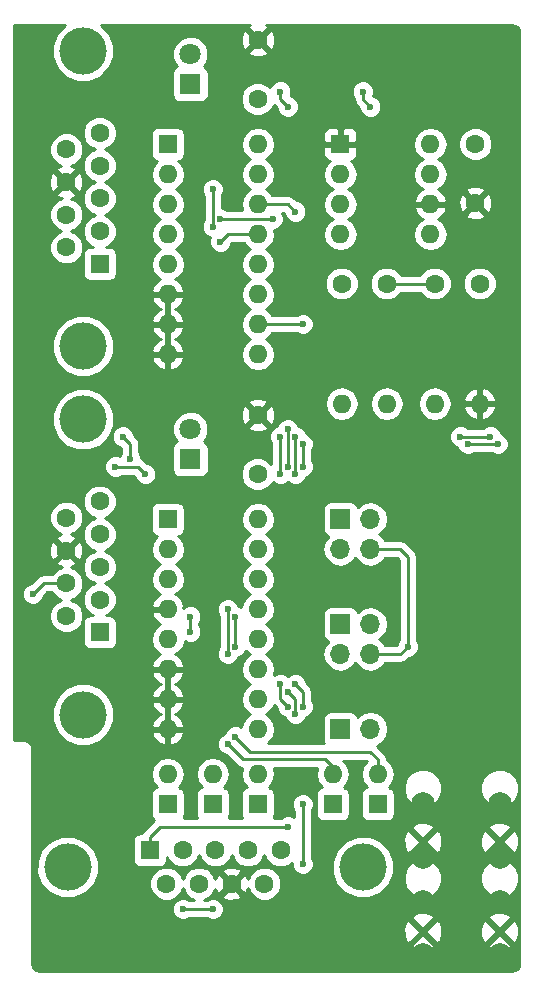
<source format=gbl>
G04 #@! TF.FileFunction,Copper,L2,Bot,Signal*
%FSLAX46Y46*%
G04 Gerber Fmt 4.6, Leading zero omitted, Abs format (unit mm)*
G04 Created by KiCad (PCBNEW 4.0.7) date 07/30/19 23:57:16*
%MOMM*%
%LPD*%
G01*
G04 APERTURE LIST*
%ADD10C,0.100000*%
%ADD11R,1.800000X1.800000*%
%ADD12C,1.800000*%
%ADD13R,1.600000X1.600000*%
%ADD14C,1.600000*%
%ADD15C,4.000000*%
%ADD16R,1.700000X1.700000*%
%ADD17O,1.700000X1.700000*%
%ADD18O,1.600000X1.600000*%
%ADD19C,2.000000*%
%ADD20C,0.600000*%
%ADD21C,0.250000*%
%ADD22C,0.254000*%
G04 APERTURE END LIST*
D10*
D11*
X113665000Y-41275000D03*
D12*
X113665000Y-38735000D03*
D11*
X113665000Y-73025000D03*
D12*
X113665000Y-70485000D03*
D13*
X106000000Y-87700000D03*
D14*
X106000000Y-84930000D03*
X106000000Y-82160000D03*
X106000000Y-79390000D03*
X106000000Y-76620000D03*
X103160000Y-86315000D03*
X103160000Y-83545000D03*
X103160000Y-80775000D03*
X103160000Y-78005000D03*
D15*
X104580000Y-69660000D03*
X104580000Y-94660000D03*
D13*
X106000000Y-56500000D03*
D14*
X106000000Y-53730000D03*
X106000000Y-50960000D03*
X106000000Y-48190000D03*
X106000000Y-45420000D03*
X103160000Y-55115000D03*
X103160000Y-52345000D03*
X103160000Y-49575000D03*
X103160000Y-46805000D03*
D15*
X104580000Y-38460000D03*
X104580000Y-63460000D03*
D13*
X110236000Y-106140000D03*
D14*
X113006000Y-106140000D03*
X115776000Y-106140000D03*
X118546000Y-106140000D03*
X121316000Y-106140000D03*
X111621000Y-108980000D03*
X114391000Y-108980000D03*
X117161000Y-108980000D03*
X119931000Y-108980000D03*
D15*
X103276000Y-107560000D03*
X128276000Y-107560000D03*
D16*
X126365000Y-86995000D03*
D17*
X128905000Y-86995000D03*
X126365000Y-89535000D03*
X128905000Y-89535000D03*
D16*
X126365000Y-78105000D03*
D17*
X128905000Y-78105000D03*
X126365000Y-80645000D03*
X128905000Y-80645000D03*
D16*
X126365000Y-95885000D03*
D17*
X128905000Y-95885000D03*
D14*
X126492000Y-58166000D03*
D18*
X126492000Y-68326000D03*
D14*
X130302000Y-58166000D03*
D18*
X130302000Y-68326000D03*
D14*
X134366000Y-58166000D03*
D18*
X134366000Y-68326000D03*
D14*
X138176000Y-58166000D03*
D18*
X138176000Y-68326000D03*
D19*
X133350000Y-114990000D03*
X133350000Y-110490000D03*
X139850000Y-114990000D03*
X139850000Y-110490000D03*
X133350000Y-106735000D03*
X133350000Y-102235000D03*
X139850000Y-106735000D03*
X139850000Y-102235000D03*
D13*
X111760000Y-46355000D03*
D18*
X119380000Y-64135000D03*
X111760000Y-48895000D03*
X119380000Y-61595000D03*
X111760000Y-51435000D03*
X119380000Y-59055000D03*
X111760000Y-53975000D03*
X119380000Y-56515000D03*
X111760000Y-56515000D03*
X119380000Y-53975000D03*
X111760000Y-59055000D03*
X119380000Y-51435000D03*
X111760000Y-61595000D03*
X119380000Y-48895000D03*
X111760000Y-64135000D03*
X119380000Y-46355000D03*
D13*
X111760000Y-78105000D03*
D18*
X119380000Y-95885000D03*
X111760000Y-80645000D03*
X119380000Y-93345000D03*
X111760000Y-83185000D03*
X119380000Y-90805000D03*
X111760000Y-85725000D03*
X119380000Y-88265000D03*
X111760000Y-88265000D03*
X119380000Y-85725000D03*
X111760000Y-90805000D03*
X119380000Y-83185000D03*
X111760000Y-93345000D03*
X119380000Y-80645000D03*
X111760000Y-95885000D03*
X119380000Y-78105000D03*
D13*
X126365000Y-46355000D03*
D18*
X133985000Y-53975000D03*
X126365000Y-48895000D03*
X133985000Y-51435000D03*
X126365000Y-51435000D03*
X133985000Y-48895000D03*
X126365000Y-53975000D03*
X133985000Y-46355000D03*
D14*
X119380000Y-42545000D03*
X119380000Y-37545000D03*
X119380000Y-74295000D03*
X119380000Y-69295000D03*
X137795000Y-46355000D03*
X137795000Y-51355000D03*
D13*
X119380000Y-102235000D03*
D18*
X119380000Y-99695000D03*
D13*
X115570000Y-102235000D03*
D18*
X115570000Y-99695000D03*
D13*
X111760000Y-102235000D03*
D18*
X111760000Y-99695000D03*
D13*
X129540000Y-102235000D03*
D18*
X129540000Y-99695000D03*
D13*
X125730000Y-102235000D03*
D18*
X125730000Y-99695000D03*
D20*
X123190000Y-61595000D03*
X123190000Y-71755000D03*
X123190000Y-73660000D03*
X121285000Y-41910000D03*
X121920000Y-43180000D03*
X128905000Y-43180000D03*
X128270000Y-41910000D03*
X139065000Y-71120000D03*
X136525000Y-71120000D03*
X113665000Y-86360000D03*
X113665000Y-87630000D03*
X107950000Y-71120000D03*
X108585000Y-73025000D03*
X115570000Y-50165000D03*
X115570000Y-53340000D03*
X116205000Y-54610000D03*
X139700000Y-71755000D03*
X137160000Y-71755000D03*
X100330000Y-84455000D03*
X109855000Y-74295000D03*
X107315000Y-73660000D03*
X121920000Y-104140000D03*
X121920000Y-93980000D03*
X121285000Y-92075000D03*
X116205000Y-52705000D03*
X120650000Y-52705000D03*
X121285000Y-71120000D03*
X121285000Y-74295000D03*
X122555000Y-94615000D03*
X121920000Y-92710000D03*
X121920000Y-73660000D03*
X121920000Y-70485000D03*
X123190000Y-93980000D03*
X122555000Y-92075000D03*
X122555000Y-52070000D03*
X122555000Y-71120000D03*
X122555000Y-74295000D03*
X113030000Y-111125000D03*
X115570000Y-111125000D03*
X123190000Y-107315000D03*
X123190000Y-102235000D03*
X116840000Y-85725000D03*
X116840000Y-89535000D03*
X116840000Y-97155000D03*
X117475000Y-96520000D03*
X117475000Y-86360000D03*
X117475000Y-88900000D03*
X132080000Y-88900000D03*
D21*
X119380000Y-61595000D02*
X123190000Y-61595000D01*
X123190000Y-73660000D02*
X123190000Y-71755000D01*
X121285000Y-42545000D02*
X121285000Y-41910000D01*
X121920000Y-43180000D02*
X121285000Y-42545000D01*
X128270000Y-42545000D02*
X128905000Y-43180000D01*
X128270000Y-41910000D02*
X128270000Y-42545000D01*
X136525000Y-71120000D02*
X139065000Y-71120000D01*
X113665000Y-87630000D02*
X113665000Y-86360000D01*
X108585000Y-72390000D02*
X108585000Y-73025000D01*
X108585000Y-72390000D02*
X108585000Y-71755000D01*
X108585000Y-71755000D02*
X107950000Y-71120000D01*
X115570000Y-50165000D02*
X115570000Y-53340000D01*
X119380000Y-53975000D02*
X116840000Y-53975000D01*
X116840000Y-53975000D02*
X116205000Y-54610000D01*
X139700000Y-71755000D02*
X137160000Y-71755000D01*
X103160000Y-83545000D02*
X101240000Y-83545000D01*
X101240000Y-83545000D02*
X100330000Y-84455000D01*
X130302000Y-58166000D02*
X134366000Y-58166000D01*
X109855000Y-74295000D02*
X109220000Y-73660000D01*
X109220000Y-73660000D02*
X107315000Y-73660000D01*
X118745000Y-104140000D02*
X121920000Y-104140000D01*
X110236000Y-106140000D02*
X110236000Y-105029000D01*
X111125000Y-104140000D02*
X118110000Y-104140000D01*
X110236000Y-105029000D02*
X111125000Y-104140000D01*
X118745000Y-104140000D02*
X118110000Y-104140000D01*
X121920000Y-93980000D02*
X121285000Y-93345000D01*
X121285000Y-93345000D02*
X121285000Y-92075000D01*
X120650000Y-52705000D02*
X116205000Y-52705000D01*
X121285000Y-74295000D02*
X121285000Y-71120000D01*
X122555000Y-94615000D02*
X122555000Y-93345000D01*
X122555000Y-93345000D02*
X121920000Y-92710000D01*
X121920000Y-73660000D02*
X121920000Y-70485000D01*
X123190000Y-93980000D02*
X123190000Y-92710000D01*
X123190000Y-92710000D02*
X122555000Y-92075000D01*
X122555000Y-52070000D02*
X121920000Y-51435000D01*
X121920000Y-51435000D02*
X119380000Y-51435000D01*
X122555000Y-74295000D02*
X122555000Y-71120000D01*
X115570000Y-111125000D02*
X113030000Y-111125000D01*
X123190000Y-102235000D02*
X123190000Y-107315000D01*
X118110000Y-98425000D02*
X116840000Y-97155000D01*
X125095000Y-98425000D02*
X118110000Y-98425000D01*
X125730000Y-99060000D02*
X125095000Y-98425000D01*
X116840000Y-89535000D02*
X116840000Y-85725000D01*
X125730000Y-99695000D02*
X125730000Y-99060000D01*
X129540000Y-98425000D02*
X128905000Y-97790000D01*
X128905000Y-97790000D02*
X118745000Y-97790000D01*
X118745000Y-97790000D02*
X117475000Y-96520000D01*
X129540000Y-99695000D02*
X129540000Y-98425000D01*
X117475000Y-88900000D02*
X117475000Y-86360000D01*
X128905000Y-80645000D02*
X131445000Y-80645000D01*
X131445000Y-89535000D02*
X128905000Y-89535000D01*
X132080000Y-88900000D02*
X131445000Y-89535000D01*
X132080000Y-81280000D02*
X132080000Y-88900000D01*
X131445000Y-80645000D02*
X132080000Y-81280000D01*
D22*
G36*
X102347458Y-36965443D02*
X101945458Y-37933567D01*
X101944543Y-38981834D01*
X102344853Y-39950658D01*
X103085443Y-40692542D01*
X104053567Y-41094542D01*
X105101834Y-41095457D01*
X106070658Y-40695147D01*
X106391364Y-40375000D01*
X112117560Y-40375000D01*
X112117560Y-42175000D01*
X112161838Y-42410317D01*
X112300910Y-42626441D01*
X112513110Y-42771431D01*
X112765000Y-42822440D01*
X114565000Y-42822440D01*
X114800317Y-42778162D01*
X115016441Y-42639090D01*
X115161431Y-42426890D01*
X115212440Y-42175000D01*
X115212440Y-40375000D01*
X115168162Y-40139683D01*
X115029090Y-39923559D01*
X114816890Y-39778569D01*
X114796466Y-39774433D01*
X114965551Y-39605643D01*
X115199733Y-39041670D01*
X115200158Y-38552745D01*
X118551861Y-38552745D01*
X118625995Y-38798864D01*
X119163223Y-38991965D01*
X119733454Y-38964778D01*
X120134005Y-38798864D01*
X120208139Y-38552745D01*
X119380000Y-37724605D01*
X118551861Y-38552745D01*
X115200158Y-38552745D01*
X115200265Y-38431009D01*
X114967068Y-37866629D01*
X114535643Y-37434449D01*
X114279823Y-37328223D01*
X117933035Y-37328223D01*
X117960222Y-37898454D01*
X118126136Y-38299005D01*
X118372255Y-38373139D01*
X119200395Y-37545000D01*
X119559605Y-37545000D01*
X120387745Y-38373139D01*
X120633864Y-38299005D01*
X120826965Y-37761777D01*
X120799778Y-37191546D01*
X120633864Y-36790995D01*
X120387745Y-36716861D01*
X119559605Y-37545000D01*
X119200395Y-37545000D01*
X118372255Y-36716861D01*
X118126136Y-36790995D01*
X117933035Y-37328223D01*
X114279823Y-37328223D01*
X113971670Y-37200267D01*
X113361009Y-37199735D01*
X112796629Y-37432932D01*
X112364449Y-37864357D01*
X112130267Y-38428330D01*
X112129735Y-39038991D01*
X112362932Y-39603371D01*
X112530880Y-39771613D01*
X112529683Y-39771838D01*
X112313559Y-39910910D01*
X112168569Y-40123110D01*
X112117560Y-40375000D01*
X106391364Y-40375000D01*
X106812542Y-39954557D01*
X107214542Y-38986433D01*
X107215457Y-37938166D01*
X106815147Y-36969342D01*
X106117025Y-36270000D01*
X118677022Y-36270000D01*
X118625995Y-36291136D01*
X118551861Y-36537255D01*
X119380000Y-37365395D01*
X120208139Y-36537255D01*
X120134005Y-36291136D01*
X120075202Y-36270000D01*
X140900070Y-36270000D01*
X141178979Y-36325478D01*
X141356145Y-36443856D01*
X141474521Y-36621019D01*
X141530000Y-36899931D01*
X141530000Y-115722069D01*
X141474521Y-116000981D01*
X141356145Y-116178144D01*
X141178979Y-116296522D01*
X140900070Y-116352000D01*
X100907931Y-116352000D01*
X100629019Y-116296521D01*
X100451856Y-116178145D01*
X100333478Y-116000979D01*
X100278000Y-115722070D01*
X100278000Y-114182532D01*
X132377073Y-114182532D01*
X132475736Y-114449387D01*
X133085461Y-114675908D01*
X133735460Y-114651856D01*
X134224264Y-114449387D01*
X134322927Y-114182532D01*
X138877073Y-114182532D01*
X138975736Y-114449387D01*
X139585461Y-114675908D01*
X140235460Y-114651856D01*
X140724264Y-114449387D01*
X140822927Y-114182532D01*
X139850000Y-113209605D01*
X138877073Y-114182532D01*
X134322927Y-114182532D01*
X133350000Y-113209605D01*
X132377073Y-114182532D01*
X100278000Y-114182532D01*
X100278000Y-112765461D01*
X131704092Y-112765461D01*
X131728144Y-113415460D01*
X131930613Y-113904264D01*
X132197468Y-114002927D01*
X133170395Y-113030000D01*
X133529605Y-113030000D01*
X134502532Y-114002927D01*
X134769387Y-113904264D01*
X134995908Y-113294539D01*
X134976331Y-112765461D01*
X138204092Y-112765461D01*
X138228144Y-113415460D01*
X138430613Y-113904264D01*
X138697468Y-114002927D01*
X139670395Y-113030000D01*
X140029605Y-113030000D01*
X141002532Y-114002927D01*
X141269387Y-113904264D01*
X141495908Y-113294539D01*
X141471856Y-112644540D01*
X141269387Y-112155736D01*
X141002532Y-112057073D01*
X140029605Y-113030000D01*
X139670395Y-113030000D01*
X138697468Y-112057073D01*
X138430613Y-112155736D01*
X138204092Y-112765461D01*
X134976331Y-112765461D01*
X134971856Y-112644540D01*
X134769387Y-112155736D01*
X134502532Y-112057073D01*
X133529605Y-113030000D01*
X133170395Y-113030000D01*
X132197468Y-112057073D01*
X131930613Y-112155736D01*
X131704092Y-112765461D01*
X100278000Y-112765461D01*
X100278000Y-108081834D01*
X100640543Y-108081834D01*
X101040853Y-109050658D01*
X101781443Y-109792542D01*
X102749567Y-110194542D01*
X103797834Y-110195457D01*
X104766658Y-109795147D01*
X105298545Y-109264187D01*
X110185752Y-109264187D01*
X110403757Y-109791800D01*
X110807077Y-110195824D01*
X111334309Y-110414750D01*
X111905187Y-110415248D01*
X112432800Y-110197243D01*
X112836824Y-109793923D01*
X113006146Y-109386150D01*
X113173757Y-109791800D01*
X113577077Y-110195824D01*
X113984498Y-110365000D01*
X113592463Y-110365000D01*
X113560327Y-110332808D01*
X113216799Y-110190162D01*
X112844833Y-110189838D01*
X112501057Y-110331883D01*
X112237808Y-110594673D01*
X112095162Y-110938201D01*
X112094838Y-111310167D01*
X112236883Y-111653943D01*
X112499673Y-111917192D01*
X112843201Y-112059838D01*
X113215167Y-112060162D01*
X113558943Y-111918117D01*
X113592118Y-111885000D01*
X115007537Y-111885000D01*
X115039673Y-111917192D01*
X115383201Y-112059838D01*
X115755167Y-112060162D01*
X116098943Y-111918117D01*
X116139662Y-111877468D01*
X132377073Y-111877468D01*
X133350000Y-112850395D01*
X134322927Y-111877468D01*
X138877073Y-111877468D01*
X139850000Y-112850395D01*
X140822927Y-111877468D01*
X140724264Y-111610613D01*
X140114539Y-111384092D01*
X139464540Y-111408144D01*
X138975736Y-111610613D01*
X138877073Y-111877468D01*
X134322927Y-111877468D01*
X134224264Y-111610613D01*
X133614539Y-111384092D01*
X132964540Y-111408144D01*
X132475736Y-111610613D01*
X132377073Y-111877468D01*
X116139662Y-111877468D01*
X116362192Y-111655327D01*
X116504838Y-111311799D01*
X116505162Y-110939833D01*
X116363117Y-110596057D01*
X116100327Y-110332808D01*
X115756799Y-110190162D01*
X115384833Y-110189838D01*
X115041057Y-110331883D01*
X115007882Y-110365000D01*
X114796797Y-110365000D01*
X115202800Y-110197243D01*
X115412663Y-109987745D01*
X116332861Y-109987745D01*
X116406995Y-110233864D01*
X116944223Y-110426965D01*
X117514454Y-110399778D01*
X117915005Y-110233864D01*
X117989139Y-109987745D01*
X117161000Y-109159605D01*
X116332861Y-109987745D01*
X115412663Y-109987745D01*
X115606824Y-109793923D01*
X115769590Y-109401940D01*
X115907136Y-109734005D01*
X116153255Y-109808139D01*
X116981395Y-108980000D01*
X117340605Y-108980000D01*
X118168745Y-109808139D01*
X118414864Y-109734005D01*
X118542804Y-109378062D01*
X118713757Y-109791800D01*
X119117077Y-110195824D01*
X119644309Y-110414750D01*
X120215187Y-110415248D01*
X120742800Y-110197243D01*
X121146824Y-109793923D01*
X121365750Y-109266691D01*
X121366248Y-108695813D01*
X121148243Y-108168200D01*
X120744923Y-107764176D01*
X120217691Y-107545250D01*
X119646813Y-107544752D01*
X119119200Y-107762757D01*
X118715176Y-108166077D01*
X118552410Y-108558060D01*
X118414864Y-108225995D01*
X118168745Y-108151861D01*
X117340605Y-108980000D01*
X116981395Y-108980000D01*
X116153255Y-108151861D01*
X115907136Y-108225995D01*
X115779196Y-108581938D01*
X115608243Y-108168200D01*
X115412640Y-107972255D01*
X116332861Y-107972255D01*
X117161000Y-108800395D01*
X117989139Y-107972255D01*
X117915005Y-107726136D01*
X117377777Y-107533035D01*
X116807546Y-107560222D01*
X116406995Y-107726136D01*
X116332861Y-107972255D01*
X115412640Y-107972255D01*
X115204923Y-107764176D01*
X114677691Y-107545250D01*
X114106813Y-107544752D01*
X113579200Y-107762757D01*
X113175176Y-108166077D01*
X113005854Y-108573850D01*
X112838243Y-108168200D01*
X112434923Y-107764176D01*
X111907691Y-107545250D01*
X111336813Y-107544752D01*
X110809200Y-107762757D01*
X110405176Y-108166077D01*
X110186250Y-108693309D01*
X110185752Y-109264187D01*
X105298545Y-109264187D01*
X105508542Y-109054557D01*
X105910542Y-108086433D01*
X105911457Y-107038166D01*
X105511147Y-106069342D01*
X104783078Y-105340000D01*
X108788560Y-105340000D01*
X108788560Y-106940000D01*
X108832838Y-107175317D01*
X108971910Y-107391441D01*
X109184110Y-107536431D01*
X109436000Y-107587440D01*
X111036000Y-107587440D01*
X111271317Y-107543162D01*
X111487441Y-107404090D01*
X111632431Y-107191890D01*
X111683440Y-106940000D01*
X111683440Y-106696913D01*
X111788757Y-106951800D01*
X112192077Y-107355824D01*
X112719309Y-107574750D01*
X113290187Y-107575248D01*
X113817800Y-107357243D01*
X114221824Y-106953923D01*
X114391146Y-106546150D01*
X114558757Y-106951800D01*
X114962077Y-107355824D01*
X115489309Y-107574750D01*
X116060187Y-107575248D01*
X116587800Y-107357243D01*
X116991824Y-106953923D01*
X117161146Y-106546150D01*
X117328757Y-106951800D01*
X117732077Y-107355824D01*
X118259309Y-107574750D01*
X118830187Y-107575248D01*
X119357800Y-107357243D01*
X119761824Y-106953923D01*
X119931146Y-106546150D01*
X120098757Y-106951800D01*
X120502077Y-107355824D01*
X121029309Y-107574750D01*
X121600187Y-107575248D01*
X122127800Y-107357243D01*
X122255073Y-107230192D01*
X122254838Y-107500167D01*
X122396883Y-107843943D01*
X122659673Y-108107192D01*
X123003201Y-108249838D01*
X123375167Y-108250162D01*
X123718943Y-108108117D01*
X123745271Y-108081834D01*
X125640543Y-108081834D01*
X126040853Y-109050658D01*
X126781443Y-109792542D01*
X127749567Y-110194542D01*
X128797834Y-110195457D01*
X129766658Y-109795147D01*
X130508542Y-109054557D01*
X130591905Y-108853795D01*
X131714716Y-108853795D01*
X131963106Y-109454943D01*
X132422637Y-109915278D01*
X133023352Y-110164716D01*
X133673795Y-110165284D01*
X134274943Y-109916894D01*
X134735278Y-109457363D01*
X134984716Y-108856648D01*
X134984718Y-108853795D01*
X138214716Y-108853795D01*
X138463106Y-109454943D01*
X138922637Y-109915278D01*
X139523352Y-110164716D01*
X140173795Y-110165284D01*
X140774943Y-109916894D01*
X141235278Y-109457363D01*
X141484716Y-108856648D01*
X141485284Y-108206205D01*
X141236894Y-107605057D01*
X140777363Y-107144722D01*
X140370672Y-106975850D01*
X140724264Y-106829387D01*
X140822927Y-106562532D01*
X139850000Y-105589605D01*
X138877073Y-106562532D01*
X138975736Y-106829387D01*
X139348842Y-106968001D01*
X138925057Y-107143106D01*
X138464722Y-107602637D01*
X138215284Y-108203352D01*
X138214716Y-108853795D01*
X134984718Y-108853795D01*
X134985284Y-108206205D01*
X134736894Y-107605057D01*
X134277363Y-107144722D01*
X133870672Y-106975850D01*
X134224264Y-106829387D01*
X134322927Y-106562532D01*
X133350000Y-105589605D01*
X132377073Y-106562532D01*
X132475736Y-106829387D01*
X132848842Y-106968001D01*
X132425057Y-107143106D01*
X131964722Y-107602637D01*
X131715284Y-108203352D01*
X131714716Y-108853795D01*
X130591905Y-108853795D01*
X130910542Y-108086433D01*
X130911457Y-107038166D01*
X130511147Y-106069342D01*
X129770557Y-105327458D01*
X129332260Y-105145461D01*
X131704092Y-105145461D01*
X131728144Y-105795460D01*
X131930613Y-106284264D01*
X132197468Y-106382927D01*
X133170395Y-105410000D01*
X133529605Y-105410000D01*
X134502532Y-106382927D01*
X134769387Y-106284264D01*
X134995908Y-105674539D01*
X134976331Y-105145461D01*
X138204092Y-105145461D01*
X138228144Y-105795460D01*
X138430613Y-106284264D01*
X138697468Y-106382927D01*
X139670395Y-105410000D01*
X140029605Y-105410000D01*
X141002532Y-106382927D01*
X141269387Y-106284264D01*
X141495908Y-105674539D01*
X141471856Y-105024540D01*
X141269387Y-104535736D01*
X141002532Y-104437073D01*
X140029605Y-105410000D01*
X139670395Y-105410000D01*
X138697468Y-104437073D01*
X138430613Y-104535736D01*
X138204092Y-105145461D01*
X134976331Y-105145461D01*
X134971856Y-105024540D01*
X134769387Y-104535736D01*
X134502532Y-104437073D01*
X133529605Y-105410000D01*
X133170395Y-105410000D01*
X132197468Y-104437073D01*
X131930613Y-104535736D01*
X131704092Y-105145461D01*
X129332260Y-105145461D01*
X128802433Y-104925458D01*
X127754166Y-104924543D01*
X126785342Y-105324853D01*
X126043458Y-106065443D01*
X125641458Y-107033567D01*
X125640543Y-108081834D01*
X123745271Y-108081834D01*
X123982192Y-107845327D01*
X124124838Y-107501799D01*
X124125162Y-107129833D01*
X123983117Y-106786057D01*
X123950000Y-106752882D01*
X123950000Y-104257468D01*
X132377073Y-104257468D01*
X133350000Y-105230395D01*
X134322927Y-104257468D01*
X138877073Y-104257468D01*
X139850000Y-105230395D01*
X140822927Y-104257468D01*
X140724264Y-103990613D01*
X140114539Y-103764092D01*
X139464540Y-103788144D01*
X138975736Y-103990613D01*
X138877073Y-104257468D01*
X134322927Y-104257468D01*
X134224264Y-103990613D01*
X133614539Y-103764092D01*
X132964540Y-103788144D01*
X132475736Y-103990613D01*
X132377073Y-104257468D01*
X123950000Y-104257468D01*
X123950000Y-102797463D01*
X123982192Y-102765327D01*
X124124838Y-102421799D01*
X124125162Y-102049833D01*
X123983117Y-101706057D01*
X123720327Y-101442808D01*
X123376799Y-101300162D01*
X123004833Y-101299838D01*
X122661057Y-101441883D01*
X122397808Y-101704673D01*
X122255162Y-102048201D01*
X122254838Y-102420167D01*
X122396883Y-102763943D01*
X122430000Y-102797118D01*
X122430000Y-103339367D01*
X122106799Y-103205162D01*
X121734833Y-103204838D01*
X121391057Y-103346883D01*
X121357882Y-103380000D01*
X120712812Y-103380000D01*
X120776431Y-103286890D01*
X120827440Y-103035000D01*
X120827440Y-101435000D01*
X120783162Y-101199683D01*
X120644090Y-100983559D01*
X120431890Y-100838569D01*
X120287625Y-100809355D01*
X120394698Y-100737811D01*
X120705767Y-100272264D01*
X120815000Y-99723113D01*
X120815000Y-99666887D01*
X120719147Y-99185000D01*
X124390853Y-99185000D01*
X124295000Y-99666887D01*
X124295000Y-99723113D01*
X124404233Y-100272264D01*
X124715302Y-100737811D01*
X124820572Y-100808150D01*
X124694683Y-100831838D01*
X124478559Y-100970910D01*
X124333569Y-101183110D01*
X124282560Y-101435000D01*
X124282560Y-103035000D01*
X124326838Y-103270317D01*
X124465910Y-103486441D01*
X124678110Y-103631431D01*
X124930000Y-103682440D01*
X126530000Y-103682440D01*
X126765317Y-103638162D01*
X126981441Y-103499090D01*
X127126431Y-103286890D01*
X127177440Y-103035000D01*
X127177440Y-101435000D01*
X127133162Y-101199683D01*
X126994090Y-100983559D01*
X126781890Y-100838569D01*
X126637625Y-100809355D01*
X126744698Y-100737811D01*
X127055767Y-100272264D01*
X127165000Y-99723113D01*
X127165000Y-99666887D01*
X127055767Y-99117736D01*
X126744698Y-98652189D01*
X126591762Y-98550000D01*
X128590198Y-98550000D01*
X128625462Y-98585264D01*
X128525302Y-98652189D01*
X128214233Y-99117736D01*
X128105000Y-99666887D01*
X128105000Y-99723113D01*
X128214233Y-100272264D01*
X128525302Y-100737811D01*
X128630572Y-100808150D01*
X128504683Y-100831838D01*
X128288559Y-100970910D01*
X128143569Y-101183110D01*
X128092560Y-101435000D01*
X128092560Y-103035000D01*
X128136838Y-103270317D01*
X128275910Y-103486441D01*
X128488110Y-103631431D01*
X128740000Y-103682440D01*
X130340000Y-103682440D01*
X130575317Y-103638162D01*
X130791441Y-103499090D01*
X130936431Y-103286890D01*
X130987440Y-103035000D01*
X130987440Y-101435000D01*
X130949581Y-101233795D01*
X131714716Y-101233795D01*
X131963106Y-101834943D01*
X132422637Y-102295278D01*
X133023352Y-102544716D01*
X133673795Y-102545284D01*
X134274943Y-102296894D01*
X134735278Y-101837363D01*
X134984716Y-101236648D01*
X134984718Y-101233795D01*
X138214716Y-101233795D01*
X138463106Y-101834943D01*
X138922637Y-102295278D01*
X139523352Y-102544716D01*
X140173795Y-102545284D01*
X140774943Y-102296894D01*
X141235278Y-101837363D01*
X141484716Y-101236648D01*
X141485284Y-100586205D01*
X141236894Y-99985057D01*
X140777363Y-99524722D01*
X140176648Y-99275284D01*
X139526205Y-99274716D01*
X138925057Y-99523106D01*
X138464722Y-99982637D01*
X138215284Y-100583352D01*
X138214716Y-101233795D01*
X134984718Y-101233795D01*
X134985284Y-100586205D01*
X134736894Y-99985057D01*
X134277363Y-99524722D01*
X133676648Y-99275284D01*
X133026205Y-99274716D01*
X132425057Y-99523106D01*
X131964722Y-99982637D01*
X131715284Y-100583352D01*
X131714716Y-101233795D01*
X130949581Y-101233795D01*
X130943162Y-101199683D01*
X130804090Y-100983559D01*
X130591890Y-100838569D01*
X130447625Y-100809355D01*
X130554698Y-100737811D01*
X130865767Y-100272264D01*
X130975000Y-99723113D01*
X130975000Y-99666887D01*
X130865767Y-99117736D01*
X130554698Y-98652189D01*
X130300000Y-98482005D01*
X130300000Y-98425000D01*
X130242148Y-98134161D01*
X130077401Y-97887599D01*
X129474826Y-97285024D01*
X129955054Y-96964147D01*
X130276961Y-96482378D01*
X130390000Y-95914093D01*
X130390000Y-95855907D01*
X130276961Y-95287622D01*
X129955054Y-94805853D01*
X129473285Y-94483946D01*
X128905000Y-94370907D01*
X128336715Y-94483946D01*
X127854946Y-94805853D01*
X127827150Y-94847452D01*
X127818162Y-94799683D01*
X127679090Y-94583559D01*
X127466890Y-94438569D01*
X127215000Y-94387560D01*
X125515000Y-94387560D01*
X125279683Y-94431838D01*
X125063559Y-94570910D01*
X124918569Y-94783110D01*
X124867560Y-95035000D01*
X124867560Y-96735000D01*
X124911838Y-96970317D01*
X124950243Y-97030000D01*
X120227801Y-97030000D01*
X120422811Y-96899698D01*
X120733880Y-96434151D01*
X120843113Y-95885000D01*
X120733880Y-95335849D01*
X120422811Y-94870302D01*
X120040725Y-94615000D01*
X120422811Y-94359698D01*
X120733880Y-93894151D01*
X120738828Y-93869275D01*
X120747599Y-93882401D01*
X120984878Y-94119680D01*
X120984838Y-94165167D01*
X121126883Y-94508943D01*
X121389673Y-94772192D01*
X121653554Y-94881765D01*
X121761883Y-95143943D01*
X122024673Y-95407192D01*
X122368201Y-95549838D01*
X122740167Y-95550162D01*
X123083943Y-95408117D01*
X123347192Y-95145327D01*
X123456765Y-94881446D01*
X123718943Y-94773117D01*
X123982192Y-94510327D01*
X124124838Y-94166799D01*
X124125162Y-93794833D01*
X123983117Y-93451057D01*
X123950000Y-93417882D01*
X123950000Y-92710000D01*
X123892148Y-92419161D01*
X123727401Y-92172599D01*
X123490122Y-91935320D01*
X123490162Y-91889833D01*
X123348117Y-91546057D01*
X123085327Y-91282808D01*
X122741799Y-91140162D01*
X122369833Y-91139838D01*
X122026057Y-91281883D01*
X121920046Y-91387710D01*
X121815327Y-91282808D01*
X121471799Y-91140162D01*
X121099833Y-91139838D01*
X120756057Y-91281883D01*
X120746322Y-91291601D01*
X120843113Y-90805000D01*
X120733880Y-90255849D01*
X120422811Y-89790302D01*
X120040725Y-89535000D01*
X120422811Y-89279698D01*
X120733880Y-88814151D01*
X120843113Y-88265000D01*
X120733880Y-87715849D01*
X120422811Y-87250302D01*
X120040725Y-86995000D01*
X120422811Y-86739698D01*
X120733880Y-86274151D01*
X120843113Y-85725000D01*
X120733880Y-85175849D01*
X120422811Y-84710302D01*
X120040725Y-84455000D01*
X120422811Y-84199698D01*
X120733880Y-83734151D01*
X120843113Y-83185000D01*
X120733880Y-82635849D01*
X120422811Y-82170302D01*
X120040725Y-81915000D01*
X120422811Y-81659698D01*
X120733880Y-81194151D01*
X120843113Y-80645000D01*
X124850907Y-80645000D01*
X124963946Y-81213285D01*
X125285853Y-81695054D01*
X125767622Y-82016961D01*
X126335907Y-82130000D01*
X126394093Y-82130000D01*
X126962378Y-82016961D01*
X127444147Y-81695054D01*
X127635000Y-81409422D01*
X127825853Y-81695054D01*
X128307622Y-82016961D01*
X128875907Y-82130000D01*
X128934093Y-82130000D01*
X129502378Y-82016961D01*
X129984147Y-81695054D01*
X130177954Y-81405000D01*
X131130198Y-81405000D01*
X131320000Y-81594802D01*
X131320000Y-88337537D01*
X131287808Y-88369673D01*
X131145162Y-88713201D01*
X131145121Y-88760077D01*
X131130198Y-88775000D01*
X130177954Y-88775000D01*
X129984147Y-88484946D01*
X129654974Y-88265000D01*
X129984147Y-88045054D01*
X130306054Y-87563285D01*
X130419093Y-86995000D01*
X130306054Y-86426715D01*
X129984147Y-85944946D01*
X129502378Y-85623039D01*
X128934093Y-85510000D01*
X128875907Y-85510000D01*
X128307622Y-85623039D01*
X127825853Y-85944946D01*
X127825029Y-85946179D01*
X127818162Y-85909683D01*
X127679090Y-85693559D01*
X127466890Y-85548569D01*
X127215000Y-85497560D01*
X125515000Y-85497560D01*
X125279683Y-85541838D01*
X125063559Y-85680910D01*
X124918569Y-85893110D01*
X124867560Y-86145000D01*
X124867560Y-87845000D01*
X124911838Y-88080317D01*
X125050910Y-88296441D01*
X125263110Y-88441431D01*
X125330541Y-88455086D01*
X125285853Y-88484946D01*
X124963946Y-88966715D01*
X124850907Y-89535000D01*
X124963946Y-90103285D01*
X125285853Y-90585054D01*
X125767622Y-90906961D01*
X126335907Y-91020000D01*
X126394093Y-91020000D01*
X126962378Y-90906961D01*
X127444147Y-90585054D01*
X127635000Y-90299422D01*
X127825853Y-90585054D01*
X128307622Y-90906961D01*
X128875907Y-91020000D01*
X128934093Y-91020000D01*
X129502378Y-90906961D01*
X129984147Y-90585054D01*
X130177954Y-90295000D01*
X131445000Y-90295000D01*
X131735839Y-90237148D01*
X131982401Y-90072401D01*
X132219680Y-89835122D01*
X132265167Y-89835162D01*
X132608943Y-89693117D01*
X132872192Y-89430327D01*
X133014838Y-89086799D01*
X133015162Y-88714833D01*
X132873117Y-88371057D01*
X132840000Y-88337882D01*
X132840000Y-81280000D01*
X132782148Y-80989161D01*
X132617401Y-80742599D01*
X131982401Y-80107599D01*
X131735839Y-79942852D01*
X131445000Y-79885000D01*
X130177954Y-79885000D01*
X129984147Y-79594946D01*
X129654974Y-79375000D01*
X129984147Y-79155054D01*
X130306054Y-78673285D01*
X130419093Y-78105000D01*
X130306054Y-77536715D01*
X129984147Y-77054946D01*
X129502378Y-76733039D01*
X128934093Y-76620000D01*
X128875907Y-76620000D01*
X128307622Y-76733039D01*
X127825853Y-77054946D01*
X127825029Y-77056179D01*
X127818162Y-77019683D01*
X127679090Y-76803559D01*
X127466890Y-76658569D01*
X127215000Y-76607560D01*
X125515000Y-76607560D01*
X125279683Y-76651838D01*
X125063559Y-76790910D01*
X124918569Y-77003110D01*
X124867560Y-77255000D01*
X124867560Y-78955000D01*
X124911838Y-79190317D01*
X125050910Y-79406441D01*
X125263110Y-79551431D01*
X125330541Y-79565086D01*
X125285853Y-79594946D01*
X124963946Y-80076715D01*
X124850907Y-80645000D01*
X120843113Y-80645000D01*
X120733880Y-80095849D01*
X120422811Y-79630302D01*
X120040725Y-79375000D01*
X120422811Y-79119698D01*
X120733880Y-78654151D01*
X120843113Y-78105000D01*
X120733880Y-77555849D01*
X120422811Y-77090302D01*
X119957264Y-76779233D01*
X119408113Y-76670000D01*
X119351887Y-76670000D01*
X118802736Y-76779233D01*
X118337189Y-77090302D01*
X118026120Y-77555849D01*
X117916887Y-78105000D01*
X118026120Y-78654151D01*
X118337189Y-79119698D01*
X118719275Y-79375000D01*
X118337189Y-79630302D01*
X118026120Y-80095849D01*
X117916887Y-80645000D01*
X118026120Y-81194151D01*
X118337189Y-81659698D01*
X118719275Y-81915000D01*
X118337189Y-82170302D01*
X118026120Y-82635849D01*
X117916887Y-83185000D01*
X118026120Y-83734151D01*
X118337189Y-84199698D01*
X118719275Y-84455000D01*
X118337189Y-84710302D01*
X118026120Y-85175849D01*
X117952516Y-85545879D01*
X117741446Y-85458235D01*
X117633117Y-85196057D01*
X117370327Y-84932808D01*
X117026799Y-84790162D01*
X116654833Y-84789838D01*
X116311057Y-84931883D01*
X116047808Y-85194673D01*
X115905162Y-85538201D01*
X115904838Y-85910167D01*
X116046883Y-86253943D01*
X116080000Y-86287118D01*
X116080000Y-88972537D01*
X116047808Y-89004673D01*
X115905162Y-89348201D01*
X115904838Y-89720167D01*
X116046883Y-90063943D01*
X116309673Y-90327192D01*
X116653201Y-90469838D01*
X117025167Y-90470162D01*
X117368943Y-90328117D01*
X117632192Y-90065327D01*
X117741765Y-89801446D01*
X118003943Y-89693117D01*
X118267192Y-89430327D01*
X118332594Y-89272822D01*
X118337189Y-89279698D01*
X118719275Y-89535000D01*
X118337189Y-89790302D01*
X118026120Y-90255849D01*
X117916887Y-90805000D01*
X118026120Y-91354151D01*
X118337189Y-91819698D01*
X118719275Y-92075000D01*
X118337189Y-92330302D01*
X118026120Y-92795849D01*
X117916887Y-93345000D01*
X118026120Y-93894151D01*
X118337189Y-94359698D01*
X118719275Y-94615000D01*
X118337189Y-94870302D01*
X118026120Y-95335849D01*
X117952516Y-95705879D01*
X117661799Y-95585162D01*
X117289833Y-95584838D01*
X116946057Y-95726883D01*
X116682808Y-95989673D01*
X116573235Y-96253554D01*
X116311057Y-96361883D01*
X116047808Y-96624673D01*
X115905162Y-96968201D01*
X115904838Y-97340167D01*
X116046883Y-97683943D01*
X116309673Y-97947192D01*
X116653201Y-98089838D01*
X116700077Y-98089879D01*
X117572599Y-98962401D01*
X117819160Y-99127148D01*
X118043485Y-99171769D01*
X117945000Y-99666887D01*
X117945000Y-99723113D01*
X118054233Y-100272264D01*
X118365302Y-100737811D01*
X118470572Y-100808150D01*
X118344683Y-100831838D01*
X118128559Y-100970910D01*
X117983569Y-101183110D01*
X117932560Y-101435000D01*
X117932560Y-103035000D01*
X117976838Y-103270317D01*
X118047417Y-103380000D01*
X116902812Y-103380000D01*
X116966431Y-103286890D01*
X117017440Y-103035000D01*
X117017440Y-101435000D01*
X116973162Y-101199683D01*
X116834090Y-100983559D01*
X116621890Y-100838569D01*
X116477625Y-100809355D01*
X116584698Y-100737811D01*
X116895767Y-100272264D01*
X117005000Y-99723113D01*
X117005000Y-99666887D01*
X116895767Y-99117736D01*
X116584698Y-98652189D01*
X116119151Y-98341120D01*
X115570000Y-98231887D01*
X115020849Y-98341120D01*
X114555302Y-98652189D01*
X114244233Y-99117736D01*
X114135000Y-99666887D01*
X114135000Y-99723113D01*
X114244233Y-100272264D01*
X114555302Y-100737811D01*
X114660572Y-100808150D01*
X114534683Y-100831838D01*
X114318559Y-100970910D01*
X114173569Y-101183110D01*
X114122560Y-101435000D01*
X114122560Y-103035000D01*
X114166838Y-103270317D01*
X114237417Y-103380000D01*
X113092812Y-103380000D01*
X113156431Y-103286890D01*
X113207440Y-103035000D01*
X113207440Y-101435000D01*
X113163162Y-101199683D01*
X113024090Y-100983559D01*
X112811890Y-100838569D01*
X112667625Y-100809355D01*
X112774698Y-100737811D01*
X113085767Y-100272264D01*
X113195000Y-99723113D01*
X113195000Y-99666887D01*
X113085767Y-99117736D01*
X112774698Y-98652189D01*
X112309151Y-98341120D01*
X111760000Y-98231887D01*
X111210849Y-98341120D01*
X110745302Y-98652189D01*
X110434233Y-99117736D01*
X110325000Y-99666887D01*
X110325000Y-99723113D01*
X110434233Y-100272264D01*
X110745302Y-100737811D01*
X110850572Y-100808150D01*
X110724683Y-100831838D01*
X110508559Y-100970910D01*
X110363569Y-101183110D01*
X110312560Y-101435000D01*
X110312560Y-103035000D01*
X110356838Y-103270317D01*
X110495910Y-103486441D01*
X110627193Y-103576143D01*
X110587599Y-103602599D01*
X109698599Y-104491599D01*
X109564322Y-104692560D01*
X109436000Y-104692560D01*
X109200683Y-104736838D01*
X108984559Y-104875910D01*
X108839569Y-105088110D01*
X108788560Y-105340000D01*
X104783078Y-105340000D01*
X104770557Y-105327458D01*
X103802433Y-104925458D01*
X102754166Y-104924543D01*
X101785342Y-105324853D01*
X101043458Y-106065443D01*
X100641458Y-107033567D01*
X100640543Y-108081834D01*
X100278000Y-108081834D01*
X100278000Y-97536000D01*
X100223954Y-97264295D01*
X100070046Y-97033954D01*
X99839705Y-96880046D01*
X99568000Y-96826000D01*
X98754000Y-96826000D01*
X98754000Y-95181834D01*
X101944543Y-95181834D01*
X102344853Y-96150658D01*
X103085443Y-96892542D01*
X104053567Y-97294542D01*
X105101834Y-97295457D01*
X106070658Y-96895147D01*
X106732921Y-96234039D01*
X110368096Y-96234039D01*
X110528959Y-96622423D01*
X110904866Y-97037389D01*
X111410959Y-97276914D01*
X111633000Y-97155629D01*
X111633000Y-96012000D01*
X111887000Y-96012000D01*
X111887000Y-97155629D01*
X112109041Y-97276914D01*
X112615134Y-97037389D01*
X112991041Y-96622423D01*
X113151904Y-96234039D01*
X113029915Y-96012000D01*
X111887000Y-96012000D01*
X111633000Y-96012000D01*
X110490085Y-96012000D01*
X110368096Y-96234039D01*
X106732921Y-96234039D01*
X106812542Y-96154557D01*
X107214542Y-95186433D01*
X107215457Y-94138166D01*
X107031948Y-93694039D01*
X110368096Y-93694039D01*
X110528959Y-94082423D01*
X110904866Y-94497389D01*
X111153367Y-94615000D01*
X110904866Y-94732611D01*
X110528959Y-95147577D01*
X110368096Y-95535961D01*
X110490085Y-95758000D01*
X111633000Y-95758000D01*
X111633000Y-93472000D01*
X111887000Y-93472000D01*
X111887000Y-95758000D01*
X113029915Y-95758000D01*
X113151904Y-95535961D01*
X112991041Y-95147577D01*
X112615134Y-94732611D01*
X112366633Y-94615000D01*
X112615134Y-94497389D01*
X112991041Y-94082423D01*
X113151904Y-93694039D01*
X113029915Y-93472000D01*
X111887000Y-93472000D01*
X111633000Y-93472000D01*
X110490085Y-93472000D01*
X110368096Y-93694039D01*
X107031948Y-93694039D01*
X106815147Y-93169342D01*
X106074557Y-92427458D01*
X105106433Y-92025458D01*
X104058166Y-92024543D01*
X103089342Y-92424853D01*
X102347458Y-93165443D01*
X101945458Y-94133567D01*
X101944543Y-95181834D01*
X98754000Y-95181834D01*
X98754000Y-91154039D01*
X110368096Y-91154039D01*
X110528959Y-91542423D01*
X110904866Y-91957389D01*
X111153367Y-92075000D01*
X110904866Y-92192611D01*
X110528959Y-92607577D01*
X110368096Y-92995961D01*
X110490085Y-93218000D01*
X111633000Y-93218000D01*
X111633000Y-90932000D01*
X111887000Y-90932000D01*
X111887000Y-93218000D01*
X113029915Y-93218000D01*
X113151904Y-92995961D01*
X112991041Y-92607577D01*
X112615134Y-92192611D01*
X112366633Y-92075000D01*
X112615134Y-91957389D01*
X112991041Y-91542423D01*
X113151904Y-91154039D01*
X113029915Y-90932000D01*
X111887000Y-90932000D01*
X111633000Y-90932000D01*
X110490085Y-90932000D01*
X110368096Y-91154039D01*
X98754000Y-91154039D01*
X98754000Y-84640167D01*
X99394838Y-84640167D01*
X99536883Y-84983943D01*
X99799673Y-85247192D01*
X100143201Y-85389838D01*
X100515167Y-85390162D01*
X100858943Y-85248117D01*
X101122192Y-84985327D01*
X101264838Y-84641799D01*
X101264879Y-84594923D01*
X101554802Y-84305000D01*
X101921354Y-84305000D01*
X101942757Y-84356800D01*
X102346077Y-84760824D01*
X102753850Y-84930146D01*
X102348200Y-85097757D01*
X101944176Y-85501077D01*
X101725250Y-86028309D01*
X101724752Y-86599187D01*
X101942757Y-87126800D01*
X102346077Y-87530824D01*
X102873309Y-87749750D01*
X103444187Y-87750248D01*
X103971800Y-87532243D01*
X104375824Y-87128923D01*
X104470881Y-86900000D01*
X104552560Y-86900000D01*
X104552560Y-88500000D01*
X104596838Y-88735317D01*
X104735910Y-88951441D01*
X104948110Y-89096431D01*
X105200000Y-89147440D01*
X106800000Y-89147440D01*
X107035317Y-89103162D01*
X107251441Y-88964090D01*
X107396431Y-88751890D01*
X107447440Y-88500000D01*
X107447440Y-86900000D01*
X107403162Y-86664683D01*
X107264090Y-86448559D01*
X107051890Y-86303569D01*
X106800000Y-86252560D01*
X106556913Y-86252560D01*
X106811800Y-86147243D01*
X107215824Y-85743923D01*
X107434750Y-85216691D01*
X107435248Y-84645813D01*
X107217243Y-84118200D01*
X106813923Y-83714176D01*
X106406150Y-83544854D01*
X106811800Y-83377243D01*
X107215824Y-82973923D01*
X107434750Y-82446691D01*
X107435248Y-81875813D01*
X107217243Y-81348200D01*
X106813923Y-80944176D01*
X106406150Y-80774854D01*
X106720420Y-80645000D01*
X110296887Y-80645000D01*
X110406120Y-81194151D01*
X110717189Y-81659698D01*
X111099275Y-81915000D01*
X110717189Y-82170302D01*
X110406120Y-82635849D01*
X110296887Y-83185000D01*
X110406120Y-83734151D01*
X110717189Y-84199698D01*
X111121703Y-84469986D01*
X110904866Y-84572611D01*
X110528959Y-84987577D01*
X110368096Y-85375961D01*
X110490085Y-85598000D01*
X111633000Y-85598000D01*
X111633000Y-85578000D01*
X111887000Y-85578000D01*
X111887000Y-85598000D01*
X111907000Y-85598000D01*
X111907000Y-85852000D01*
X111887000Y-85852000D01*
X111887000Y-85872000D01*
X111633000Y-85872000D01*
X111633000Y-85852000D01*
X110490085Y-85852000D01*
X110368096Y-86074039D01*
X110528959Y-86462423D01*
X110904866Y-86877389D01*
X111121703Y-86980014D01*
X110717189Y-87250302D01*
X110406120Y-87715849D01*
X110296887Y-88265000D01*
X110406120Y-88814151D01*
X110717189Y-89279698D01*
X111121703Y-89549986D01*
X110904866Y-89652611D01*
X110528959Y-90067577D01*
X110368096Y-90455961D01*
X110490085Y-90678000D01*
X111633000Y-90678000D01*
X111633000Y-90658000D01*
X111887000Y-90658000D01*
X111887000Y-90678000D01*
X113029915Y-90678000D01*
X113151904Y-90455961D01*
X112991041Y-90067577D01*
X112615134Y-89652611D01*
X112398297Y-89549986D01*
X112802811Y-89279698D01*
X113113880Y-88814151D01*
X113187484Y-88444121D01*
X113478201Y-88564838D01*
X113850167Y-88565162D01*
X114193943Y-88423117D01*
X114457192Y-88160327D01*
X114599838Y-87816799D01*
X114600162Y-87444833D01*
X114458117Y-87101057D01*
X114425000Y-87067882D01*
X114425000Y-86922463D01*
X114457192Y-86890327D01*
X114599838Y-86546799D01*
X114600162Y-86174833D01*
X114458117Y-85831057D01*
X114195327Y-85567808D01*
X113851799Y-85425162D01*
X113479833Y-85424838D01*
X113136057Y-85566883D01*
X113104888Y-85597998D01*
X113029916Y-85597998D01*
X113151904Y-85375961D01*
X112991041Y-84987577D01*
X112615134Y-84572611D01*
X112398297Y-84469986D01*
X112802811Y-84199698D01*
X113113880Y-83734151D01*
X113223113Y-83185000D01*
X113113880Y-82635849D01*
X112802811Y-82170302D01*
X112420725Y-81915000D01*
X112802811Y-81659698D01*
X113113880Y-81194151D01*
X113223113Y-80645000D01*
X113113880Y-80095849D01*
X112802811Y-79630302D01*
X112658535Y-79533899D01*
X112795317Y-79508162D01*
X113011441Y-79369090D01*
X113156431Y-79156890D01*
X113207440Y-78905000D01*
X113207440Y-77305000D01*
X113163162Y-77069683D01*
X113024090Y-76853559D01*
X112811890Y-76708569D01*
X112560000Y-76657560D01*
X110960000Y-76657560D01*
X110724683Y-76701838D01*
X110508559Y-76840910D01*
X110363569Y-77053110D01*
X110312560Y-77305000D01*
X110312560Y-78905000D01*
X110356838Y-79140317D01*
X110495910Y-79356441D01*
X110708110Y-79501431D01*
X110863089Y-79532815D01*
X110717189Y-79630302D01*
X110406120Y-80095849D01*
X110296887Y-80645000D01*
X106720420Y-80645000D01*
X106811800Y-80607243D01*
X107215824Y-80203923D01*
X107434750Y-79676691D01*
X107435248Y-79105813D01*
X107217243Y-78578200D01*
X106813923Y-78174176D01*
X106406150Y-78004854D01*
X106811800Y-77837243D01*
X107215824Y-77433923D01*
X107434750Y-76906691D01*
X107435248Y-76335813D01*
X107217243Y-75808200D01*
X106813923Y-75404176D01*
X106286691Y-75185250D01*
X105715813Y-75184752D01*
X105188200Y-75402757D01*
X104784176Y-75806077D01*
X104565250Y-76333309D01*
X104564752Y-76904187D01*
X104782757Y-77431800D01*
X105186077Y-77835824D01*
X105593850Y-78005146D01*
X105188200Y-78172757D01*
X104784176Y-78576077D01*
X104565250Y-79103309D01*
X104564752Y-79674187D01*
X104782757Y-80201800D01*
X105186077Y-80605824D01*
X105593850Y-80775146D01*
X105188200Y-80942757D01*
X104784176Y-81346077D01*
X104565250Y-81873309D01*
X104564752Y-82444187D01*
X104782757Y-82971800D01*
X105186077Y-83375824D01*
X105593850Y-83545146D01*
X105188200Y-83712757D01*
X104784176Y-84116077D01*
X104565250Y-84643309D01*
X104564752Y-85214187D01*
X104782757Y-85741800D01*
X105186077Y-86145824D01*
X105443126Y-86252560D01*
X105200000Y-86252560D01*
X104964683Y-86296838D01*
X104748559Y-86435910D01*
X104603569Y-86648110D01*
X104552560Y-86900000D01*
X104470881Y-86900000D01*
X104594750Y-86601691D01*
X104595248Y-86030813D01*
X104377243Y-85503200D01*
X103973923Y-85099176D01*
X103566150Y-84929854D01*
X103971800Y-84762243D01*
X104375824Y-84358923D01*
X104594750Y-83831691D01*
X104595248Y-83260813D01*
X104377243Y-82733200D01*
X103973923Y-82329176D01*
X103581940Y-82166410D01*
X103914005Y-82028864D01*
X103988139Y-81782745D01*
X103160000Y-80954605D01*
X102331861Y-81782745D01*
X102405995Y-82028864D01*
X102761938Y-82156804D01*
X102348200Y-82327757D01*
X101944176Y-82731077D01*
X101921785Y-82785000D01*
X101240000Y-82785000D01*
X100949160Y-82842852D01*
X100702599Y-83007599D01*
X100190320Y-83519878D01*
X100144833Y-83519838D01*
X99801057Y-83661883D01*
X99537808Y-83924673D01*
X99395162Y-84268201D01*
X99394838Y-84640167D01*
X98754000Y-84640167D01*
X98754000Y-80558223D01*
X101713035Y-80558223D01*
X101740222Y-81128454D01*
X101906136Y-81529005D01*
X102152255Y-81603139D01*
X102980395Y-80775000D01*
X103339605Y-80775000D01*
X104167745Y-81603139D01*
X104413864Y-81529005D01*
X104606965Y-80991777D01*
X104579778Y-80421546D01*
X104413864Y-80020995D01*
X104167745Y-79946861D01*
X103339605Y-80775000D01*
X102980395Y-80775000D01*
X102152255Y-79946861D01*
X101906136Y-80020995D01*
X101713035Y-80558223D01*
X98754000Y-80558223D01*
X98754000Y-78289187D01*
X101724752Y-78289187D01*
X101942757Y-78816800D01*
X102346077Y-79220824D01*
X102738060Y-79383590D01*
X102405995Y-79521136D01*
X102331861Y-79767255D01*
X103160000Y-80595395D01*
X103988139Y-79767255D01*
X103914005Y-79521136D01*
X103558062Y-79393196D01*
X103971800Y-79222243D01*
X104375824Y-78818923D01*
X104594750Y-78291691D01*
X104595248Y-77720813D01*
X104377243Y-77193200D01*
X103973923Y-76789176D01*
X103446691Y-76570250D01*
X102875813Y-76569752D01*
X102348200Y-76787757D01*
X101944176Y-77191077D01*
X101725250Y-77718309D01*
X101724752Y-78289187D01*
X98754000Y-78289187D01*
X98754000Y-73845167D01*
X106379838Y-73845167D01*
X106521883Y-74188943D01*
X106784673Y-74452192D01*
X107128201Y-74594838D01*
X107500167Y-74595162D01*
X107843943Y-74453117D01*
X107877118Y-74420000D01*
X108905198Y-74420000D01*
X108919878Y-74434680D01*
X108919838Y-74480167D01*
X109061883Y-74823943D01*
X109324673Y-75087192D01*
X109668201Y-75229838D01*
X110040167Y-75230162D01*
X110383943Y-75088117D01*
X110647192Y-74825327D01*
X110749398Y-74579187D01*
X117944752Y-74579187D01*
X118162757Y-75106800D01*
X118566077Y-75510824D01*
X119093309Y-75729750D01*
X119664187Y-75730248D01*
X120191800Y-75512243D01*
X120595824Y-75108923D01*
X120648861Y-74981195D01*
X120754673Y-75087192D01*
X121098201Y-75229838D01*
X121470167Y-75230162D01*
X121813943Y-75088117D01*
X121919954Y-74982290D01*
X122024673Y-75087192D01*
X122368201Y-75229838D01*
X122740167Y-75230162D01*
X123083943Y-75088117D01*
X123347192Y-74825327D01*
X123456765Y-74561446D01*
X123718943Y-74453117D01*
X123982192Y-74190327D01*
X124124838Y-73846799D01*
X124125162Y-73474833D01*
X123983117Y-73131057D01*
X123950000Y-73097882D01*
X123950000Y-72317463D01*
X123982192Y-72285327D01*
X124124838Y-71941799D01*
X124125162Y-71569833D01*
X124015805Y-71305167D01*
X135589838Y-71305167D01*
X135731883Y-71648943D01*
X135994673Y-71912192D01*
X136258554Y-72021765D01*
X136366883Y-72283943D01*
X136629673Y-72547192D01*
X136973201Y-72689838D01*
X137345167Y-72690162D01*
X137688943Y-72548117D01*
X137722118Y-72515000D01*
X139137537Y-72515000D01*
X139169673Y-72547192D01*
X139513201Y-72689838D01*
X139885167Y-72690162D01*
X140228943Y-72548117D01*
X140492192Y-72285327D01*
X140634838Y-71941799D01*
X140635162Y-71569833D01*
X140493117Y-71226057D01*
X140230327Y-70962808D01*
X139966446Y-70853235D01*
X139858117Y-70591057D01*
X139595327Y-70327808D01*
X139251799Y-70185162D01*
X138879833Y-70184838D01*
X138536057Y-70326883D01*
X138502882Y-70360000D01*
X137087463Y-70360000D01*
X137055327Y-70327808D01*
X136711799Y-70185162D01*
X136339833Y-70184838D01*
X135996057Y-70326883D01*
X135732808Y-70589673D01*
X135590162Y-70933201D01*
X135589838Y-71305167D01*
X124015805Y-71305167D01*
X123983117Y-71226057D01*
X123720327Y-70962808D01*
X123456446Y-70853235D01*
X123348117Y-70591057D01*
X123085327Y-70327808D01*
X122821446Y-70218235D01*
X122713117Y-69956057D01*
X122450327Y-69692808D01*
X122106799Y-69550162D01*
X121734833Y-69549838D01*
X121391057Y-69691883D01*
X121127808Y-69954673D01*
X121018235Y-70218554D01*
X120756057Y-70326883D01*
X120492808Y-70589673D01*
X120350162Y-70933201D01*
X120349838Y-71305167D01*
X120491883Y-71648943D01*
X120525000Y-71682118D01*
X120525000Y-73410831D01*
X120193923Y-73079176D01*
X119666691Y-72860250D01*
X119095813Y-72859752D01*
X118568200Y-73077757D01*
X118164176Y-73481077D01*
X117945250Y-74008309D01*
X117944752Y-74579187D01*
X110749398Y-74579187D01*
X110789838Y-74481799D01*
X110790162Y-74109833D01*
X110648117Y-73766057D01*
X110385327Y-73502808D01*
X110041799Y-73360162D01*
X109994923Y-73360121D01*
X109757401Y-73122599D01*
X109520054Y-72964009D01*
X109520162Y-72839833D01*
X109378117Y-72496057D01*
X109345000Y-72462882D01*
X109345000Y-72125000D01*
X112117560Y-72125000D01*
X112117560Y-73925000D01*
X112161838Y-74160317D01*
X112300910Y-74376441D01*
X112513110Y-74521431D01*
X112765000Y-74572440D01*
X114565000Y-74572440D01*
X114800317Y-74528162D01*
X115016441Y-74389090D01*
X115161431Y-74176890D01*
X115212440Y-73925000D01*
X115212440Y-72125000D01*
X115168162Y-71889683D01*
X115029090Y-71673559D01*
X114816890Y-71528569D01*
X114796466Y-71524433D01*
X114965551Y-71355643D01*
X115199733Y-70791670D01*
X115200158Y-70302745D01*
X118551861Y-70302745D01*
X118625995Y-70548864D01*
X119163223Y-70741965D01*
X119733454Y-70714778D01*
X120134005Y-70548864D01*
X120208139Y-70302745D01*
X119380000Y-69474605D01*
X118551861Y-70302745D01*
X115200158Y-70302745D01*
X115200265Y-70181009D01*
X114967068Y-69616629D01*
X114535643Y-69184449D01*
X114279823Y-69078223D01*
X117933035Y-69078223D01*
X117960222Y-69648454D01*
X118126136Y-70049005D01*
X118372255Y-70123139D01*
X119200395Y-69295000D01*
X119559605Y-69295000D01*
X120387745Y-70123139D01*
X120633864Y-70049005D01*
X120826965Y-69511777D01*
X120799778Y-68941546D01*
X120633864Y-68540995D01*
X120387745Y-68466861D01*
X119559605Y-69295000D01*
X119200395Y-69295000D01*
X118372255Y-68466861D01*
X118126136Y-68540995D01*
X117933035Y-69078223D01*
X114279823Y-69078223D01*
X113971670Y-68950267D01*
X113361009Y-68949735D01*
X112796629Y-69182932D01*
X112364449Y-69614357D01*
X112130267Y-70178330D01*
X112129735Y-70788991D01*
X112362932Y-71353371D01*
X112530880Y-71521613D01*
X112529683Y-71521838D01*
X112313559Y-71660910D01*
X112168569Y-71873110D01*
X112117560Y-72125000D01*
X109345000Y-72125000D01*
X109345000Y-71755000D01*
X109287148Y-71464161D01*
X109122401Y-71217599D01*
X108885122Y-70980320D01*
X108885162Y-70934833D01*
X108743117Y-70591057D01*
X108480327Y-70327808D01*
X108136799Y-70185162D01*
X107764833Y-70184838D01*
X107421057Y-70326883D01*
X107157808Y-70589673D01*
X107015162Y-70933201D01*
X107014838Y-71305167D01*
X107156883Y-71648943D01*
X107419673Y-71912192D01*
X107763201Y-72054838D01*
X107810077Y-72054879D01*
X107825000Y-72069802D01*
X107825000Y-72462537D01*
X107792808Y-72494673D01*
X107668378Y-72794332D01*
X107501799Y-72725162D01*
X107129833Y-72724838D01*
X106786057Y-72866883D01*
X106522808Y-73129673D01*
X106380162Y-73473201D01*
X106379838Y-73845167D01*
X98754000Y-73845167D01*
X98754000Y-70181834D01*
X101944543Y-70181834D01*
X102344853Y-71150658D01*
X103085443Y-71892542D01*
X104053567Y-72294542D01*
X105101834Y-72295457D01*
X106070658Y-71895147D01*
X106812542Y-71154557D01*
X107214542Y-70186433D01*
X107215457Y-69138166D01*
X106863868Y-68287255D01*
X118551861Y-68287255D01*
X119380000Y-69115395D01*
X120197507Y-68297887D01*
X125057000Y-68297887D01*
X125057000Y-68354113D01*
X125166233Y-68903264D01*
X125477302Y-69368811D01*
X125942849Y-69679880D01*
X126492000Y-69789113D01*
X127041151Y-69679880D01*
X127506698Y-69368811D01*
X127817767Y-68903264D01*
X127927000Y-68354113D01*
X127927000Y-68297887D01*
X128867000Y-68297887D01*
X128867000Y-68354113D01*
X128976233Y-68903264D01*
X129287302Y-69368811D01*
X129752849Y-69679880D01*
X130302000Y-69789113D01*
X130851151Y-69679880D01*
X131316698Y-69368811D01*
X131627767Y-68903264D01*
X131737000Y-68354113D01*
X131737000Y-68297887D01*
X132931000Y-68297887D01*
X132931000Y-68354113D01*
X133040233Y-68903264D01*
X133351302Y-69368811D01*
X133816849Y-69679880D01*
X134366000Y-69789113D01*
X134915151Y-69679880D01*
X135380698Y-69368811D01*
X135691767Y-68903264D01*
X135737163Y-68675041D01*
X136784086Y-68675041D01*
X137023611Y-69181134D01*
X137438577Y-69557041D01*
X137826961Y-69717904D01*
X138049000Y-69595915D01*
X138049000Y-68453000D01*
X138303000Y-68453000D01*
X138303000Y-69595915D01*
X138525039Y-69717904D01*
X138913423Y-69557041D01*
X139328389Y-69181134D01*
X139567914Y-68675041D01*
X139446629Y-68453000D01*
X138303000Y-68453000D01*
X138049000Y-68453000D01*
X136905371Y-68453000D01*
X136784086Y-68675041D01*
X135737163Y-68675041D01*
X135801000Y-68354113D01*
X135801000Y-68297887D01*
X135737164Y-67976959D01*
X136784086Y-67976959D01*
X136905371Y-68199000D01*
X138049000Y-68199000D01*
X138049000Y-67056085D01*
X138303000Y-67056085D01*
X138303000Y-68199000D01*
X139446629Y-68199000D01*
X139567914Y-67976959D01*
X139328389Y-67470866D01*
X138913423Y-67094959D01*
X138525039Y-66934096D01*
X138303000Y-67056085D01*
X138049000Y-67056085D01*
X137826961Y-66934096D01*
X137438577Y-67094959D01*
X137023611Y-67470866D01*
X136784086Y-67976959D01*
X135737164Y-67976959D01*
X135691767Y-67748736D01*
X135380698Y-67283189D01*
X134915151Y-66972120D01*
X134366000Y-66862887D01*
X133816849Y-66972120D01*
X133351302Y-67283189D01*
X133040233Y-67748736D01*
X132931000Y-68297887D01*
X131737000Y-68297887D01*
X131627767Y-67748736D01*
X131316698Y-67283189D01*
X130851151Y-66972120D01*
X130302000Y-66862887D01*
X129752849Y-66972120D01*
X129287302Y-67283189D01*
X128976233Y-67748736D01*
X128867000Y-68297887D01*
X127927000Y-68297887D01*
X127817767Y-67748736D01*
X127506698Y-67283189D01*
X127041151Y-66972120D01*
X126492000Y-66862887D01*
X125942849Y-66972120D01*
X125477302Y-67283189D01*
X125166233Y-67748736D01*
X125057000Y-68297887D01*
X120197507Y-68297887D01*
X120208139Y-68287255D01*
X120134005Y-68041136D01*
X119596777Y-67848035D01*
X119026546Y-67875222D01*
X118625995Y-68041136D01*
X118551861Y-68287255D01*
X106863868Y-68287255D01*
X106815147Y-68169342D01*
X106074557Y-67427458D01*
X105106433Y-67025458D01*
X104058166Y-67024543D01*
X103089342Y-67424853D01*
X102347458Y-68165443D01*
X101945458Y-69133567D01*
X101944543Y-70181834D01*
X98754000Y-70181834D01*
X98754000Y-63981834D01*
X101944543Y-63981834D01*
X102344853Y-64950658D01*
X103085443Y-65692542D01*
X104053567Y-66094542D01*
X105101834Y-66095457D01*
X106070658Y-65695147D01*
X106812542Y-64954557D01*
X107007918Y-64484039D01*
X110368096Y-64484039D01*
X110528959Y-64872423D01*
X110904866Y-65287389D01*
X111410959Y-65526914D01*
X111633000Y-65405629D01*
X111633000Y-64262000D01*
X111887000Y-64262000D01*
X111887000Y-65405629D01*
X112109041Y-65526914D01*
X112615134Y-65287389D01*
X112991041Y-64872423D01*
X113151904Y-64484039D01*
X113029915Y-64262000D01*
X111887000Y-64262000D01*
X111633000Y-64262000D01*
X110490085Y-64262000D01*
X110368096Y-64484039D01*
X107007918Y-64484039D01*
X107214542Y-63986433D01*
X107215457Y-62938166D01*
X106815147Y-61969342D01*
X106789889Y-61944039D01*
X110368096Y-61944039D01*
X110528959Y-62332423D01*
X110904866Y-62747389D01*
X111153367Y-62865000D01*
X110904866Y-62982611D01*
X110528959Y-63397577D01*
X110368096Y-63785961D01*
X110490085Y-64008000D01*
X111633000Y-64008000D01*
X111633000Y-61722000D01*
X111887000Y-61722000D01*
X111887000Y-64008000D01*
X113029915Y-64008000D01*
X113151904Y-63785961D01*
X112991041Y-63397577D01*
X112615134Y-62982611D01*
X112366633Y-62865000D01*
X112615134Y-62747389D01*
X112991041Y-62332423D01*
X113151904Y-61944039D01*
X113029915Y-61722000D01*
X111887000Y-61722000D01*
X111633000Y-61722000D01*
X110490085Y-61722000D01*
X110368096Y-61944039D01*
X106789889Y-61944039D01*
X106074557Y-61227458D01*
X105106433Y-60825458D01*
X104058166Y-60824543D01*
X103089342Y-61224853D01*
X102347458Y-61965443D01*
X101945458Y-62933567D01*
X101944543Y-63981834D01*
X98754000Y-63981834D01*
X98754000Y-59404039D01*
X110368096Y-59404039D01*
X110528959Y-59792423D01*
X110904866Y-60207389D01*
X111153367Y-60325000D01*
X110904866Y-60442611D01*
X110528959Y-60857577D01*
X110368096Y-61245961D01*
X110490085Y-61468000D01*
X111633000Y-61468000D01*
X111633000Y-59182000D01*
X111887000Y-59182000D01*
X111887000Y-61468000D01*
X113029915Y-61468000D01*
X113151904Y-61245961D01*
X112991041Y-60857577D01*
X112615134Y-60442611D01*
X112366633Y-60325000D01*
X112615134Y-60207389D01*
X112991041Y-59792423D01*
X113151904Y-59404039D01*
X113029915Y-59182000D01*
X111887000Y-59182000D01*
X111633000Y-59182000D01*
X110490085Y-59182000D01*
X110368096Y-59404039D01*
X98754000Y-59404039D01*
X98754000Y-52629187D01*
X101724752Y-52629187D01*
X101942757Y-53156800D01*
X102346077Y-53560824D01*
X102753850Y-53730146D01*
X102348200Y-53897757D01*
X101944176Y-54301077D01*
X101725250Y-54828309D01*
X101724752Y-55399187D01*
X101942757Y-55926800D01*
X102346077Y-56330824D01*
X102873309Y-56549750D01*
X103444187Y-56550248D01*
X103971800Y-56332243D01*
X104375824Y-55928923D01*
X104470881Y-55700000D01*
X104552560Y-55700000D01*
X104552560Y-57300000D01*
X104596838Y-57535317D01*
X104735910Y-57751441D01*
X104948110Y-57896431D01*
X105200000Y-57947440D01*
X106800000Y-57947440D01*
X107035317Y-57903162D01*
X107251441Y-57764090D01*
X107396431Y-57551890D01*
X107447440Y-57300000D01*
X107447440Y-55700000D01*
X107403162Y-55464683D01*
X107264090Y-55248559D01*
X107051890Y-55103569D01*
X106800000Y-55052560D01*
X106556913Y-55052560D01*
X106811800Y-54947243D01*
X107215824Y-54543923D01*
X107434750Y-54016691D01*
X107435248Y-53445813D01*
X107217243Y-52918200D01*
X106813923Y-52514176D01*
X106406150Y-52344854D01*
X106811800Y-52177243D01*
X107215824Y-51773923D01*
X107434750Y-51246691D01*
X107435248Y-50675813D01*
X107217243Y-50148200D01*
X106813923Y-49744176D01*
X106406150Y-49574854D01*
X106811800Y-49407243D01*
X107215824Y-49003923D01*
X107261052Y-48895000D01*
X110296887Y-48895000D01*
X110406120Y-49444151D01*
X110717189Y-49909698D01*
X111099275Y-50165000D01*
X110717189Y-50420302D01*
X110406120Y-50885849D01*
X110296887Y-51435000D01*
X110406120Y-51984151D01*
X110717189Y-52449698D01*
X111099275Y-52705000D01*
X110717189Y-52960302D01*
X110406120Y-53425849D01*
X110296887Y-53975000D01*
X110406120Y-54524151D01*
X110717189Y-54989698D01*
X111099275Y-55245000D01*
X110717189Y-55500302D01*
X110406120Y-55965849D01*
X110296887Y-56515000D01*
X110406120Y-57064151D01*
X110717189Y-57529698D01*
X111121703Y-57799986D01*
X110904866Y-57902611D01*
X110528959Y-58317577D01*
X110368096Y-58705961D01*
X110490085Y-58928000D01*
X111633000Y-58928000D01*
X111633000Y-58908000D01*
X111887000Y-58908000D01*
X111887000Y-58928000D01*
X113029915Y-58928000D01*
X113151904Y-58705961D01*
X112991041Y-58317577D01*
X112615134Y-57902611D01*
X112398297Y-57799986D01*
X112802811Y-57529698D01*
X113113880Y-57064151D01*
X113223113Y-56515000D01*
X113113880Y-55965849D01*
X112802811Y-55500302D01*
X112420725Y-55245000D01*
X112802811Y-54989698D01*
X113113880Y-54524151D01*
X113223113Y-53975000D01*
X113113880Y-53425849D01*
X112802811Y-52960302D01*
X112420725Y-52705000D01*
X112802811Y-52449698D01*
X113113880Y-51984151D01*
X113223113Y-51435000D01*
X113113880Y-50885849D01*
X112802811Y-50420302D01*
X112697847Y-50350167D01*
X114634838Y-50350167D01*
X114776883Y-50693943D01*
X114810000Y-50727118D01*
X114810000Y-52777537D01*
X114777808Y-52809673D01*
X114635162Y-53153201D01*
X114634838Y-53525167D01*
X114776883Y-53868943D01*
X115039673Y-54132192D01*
X115339332Y-54256622D01*
X115270162Y-54423201D01*
X115269838Y-54795167D01*
X115411883Y-55138943D01*
X115674673Y-55402192D01*
X116018201Y-55544838D01*
X116390167Y-55545162D01*
X116733943Y-55403117D01*
X116997192Y-55140327D01*
X117139838Y-54796799D01*
X117139879Y-54749923D01*
X117154802Y-54735000D01*
X118167005Y-54735000D01*
X118337189Y-54989698D01*
X118719275Y-55245000D01*
X118337189Y-55500302D01*
X118026120Y-55965849D01*
X117916887Y-56515000D01*
X118026120Y-57064151D01*
X118337189Y-57529698D01*
X118719275Y-57785000D01*
X118337189Y-58040302D01*
X118026120Y-58505849D01*
X117916887Y-59055000D01*
X118026120Y-59604151D01*
X118337189Y-60069698D01*
X118719275Y-60325000D01*
X118337189Y-60580302D01*
X118026120Y-61045849D01*
X117916887Y-61595000D01*
X118026120Y-62144151D01*
X118337189Y-62609698D01*
X118719275Y-62865000D01*
X118337189Y-63120302D01*
X118026120Y-63585849D01*
X117916887Y-64135000D01*
X118026120Y-64684151D01*
X118337189Y-65149698D01*
X118802736Y-65460767D01*
X119351887Y-65570000D01*
X119408113Y-65570000D01*
X119957264Y-65460767D01*
X120422811Y-65149698D01*
X120733880Y-64684151D01*
X120843113Y-64135000D01*
X120733880Y-63585849D01*
X120422811Y-63120302D01*
X120040725Y-62865000D01*
X120422811Y-62609698D01*
X120592995Y-62355000D01*
X122627537Y-62355000D01*
X122659673Y-62387192D01*
X123003201Y-62529838D01*
X123375167Y-62530162D01*
X123718943Y-62388117D01*
X123982192Y-62125327D01*
X124124838Y-61781799D01*
X124125162Y-61409833D01*
X123983117Y-61066057D01*
X123720327Y-60802808D01*
X123376799Y-60660162D01*
X123004833Y-60659838D01*
X122661057Y-60801883D01*
X122627882Y-60835000D01*
X120592995Y-60835000D01*
X120422811Y-60580302D01*
X120040725Y-60325000D01*
X120422811Y-60069698D01*
X120733880Y-59604151D01*
X120843113Y-59055000D01*
X120733880Y-58505849D01*
X120696688Y-58450187D01*
X125056752Y-58450187D01*
X125274757Y-58977800D01*
X125678077Y-59381824D01*
X126205309Y-59600750D01*
X126776187Y-59601248D01*
X127303800Y-59383243D01*
X127707824Y-58979923D01*
X127926750Y-58452691D01*
X127926752Y-58450187D01*
X128866752Y-58450187D01*
X129084757Y-58977800D01*
X129488077Y-59381824D01*
X130015309Y-59600750D01*
X130586187Y-59601248D01*
X131113800Y-59383243D01*
X131517824Y-58979923D01*
X131540215Y-58926000D01*
X133127354Y-58926000D01*
X133148757Y-58977800D01*
X133552077Y-59381824D01*
X134079309Y-59600750D01*
X134650187Y-59601248D01*
X135177800Y-59383243D01*
X135581824Y-58979923D01*
X135800750Y-58452691D01*
X135800752Y-58450187D01*
X136740752Y-58450187D01*
X136958757Y-58977800D01*
X137362077Y-59381824D01*
X137889309Y-59600750D01*
X138460187Y-59601248D01*
X138987800Y-59383243D01*
X139391824Y-58979923D01*
X139610750Y-58452691D01*
X139611248Y-57881813D01*
X139393243Y-57354200D01*
X138989923Y-56950176D01*
X138462691Y-56731250D01*
X137891813Y-56730752D01*
X137364200Y-56948757D01*
X136960176Y-57352077D01*
X136741250Y-57879309D01*
X136740752Y-58450187D01*
X135800752Y-58450187D01*
X135801248Y-57881813D01*
X135583243Y-57354200D01*
X135179923Y-56950176D01*
X134652691Y-56731250D01*
X134081813Y-56730752D01*
X133554200Y-56948757D01*
X133150176Y-57352077D01*
X133127785Y-57406000D01*
X131540646Y-57406000D01*
X131519243Y-57354200D01*
X131115923Y-56950176D01*
X130588691Y-56731250D01*
X130017813Y-56730752D01*
X129490200Y-56948757D01*
X129086176Y-57352077D01*
X128867250Y-57879309D01*
X128866752Y-58450187D01*
X127926752Y-58450187D01*
X127927248Y-57881813D01*
X127709243Y-57354200D01*
X127305923Y-56950176D01*
X126778691Y-56731250D01*
X126207813Y-56730752D01*
X125680200Y-56948757D01*
X125276176Y-57352077D01*
X125057250Y-57879309D01*
X125056752Y-58450187D01*
X120696688Y-58450187D01*
X120422811Y-58040302D01*
X120040725Y-57785000D01*
X120422811Y-57529698D01*
X120733880Y-57064151D01*
X120843113Y-56515000D01*
X120733880Y-55965849D01*
X120422811Y-55500302D01*
X120040725Y-55245000D01*
X120422811Y-54989698D01*
X120733880Y-54524151D01*
X120843113Y-53975000D01*
X120776499Y-53640111D01*
X120835167Y-53640162D01*
X121178943Y-53498117D01*
X121442192Y-53235327D01*
X121584838Y-52891799D01*
X121585162Y-52519833D01*
X121450944Y-52195000D01*
X121605198Y-52195000D01*
X121619878Y-52209680D01*
X121619838Y-52255167D01*
X121761883Y-52598943D01*
X122024673Y-52862192D01*
X122368201Y-53004838D01*
X122740167Y-53005162D01*
X123083943Y-52863117D01*
X123347192Y-52600327D01*
X123489838Y-52256799D01*
X123490162Y-51884833D01*
X123348117Y-51541057D01*
X123085327Y-51277808D01*
X122741799Y-51135162D01*
X122694923Y-51135121D01*
X122457401Y-50897599D01*
X122210839Y-50732852D01*
X121920000Y-50675000D01*
X120592995Y-50675000D01*
X120422811Y-50420302D01*
X120040725Y-50165000D01*
X120422811Y-49909698D01*
X120733880Y-49444151D01*
X120843113Y-48895000D01*
X124901887Y-48895000D01*
X125011120Y-49444151D01*
X125322189Y-49909698D01*
X125704275Y-50165000D01*
X125322189Y-50420302D01*
X125011120Y-50885849D01*
X124901887Y-51435000D01*
X125011120Y-51984151D01*
X125322189Y-52449698D01*
X125704275Y-52705000D01*
X125322189Y-52960302D01*
X125011120Y-53425849D01*
X124901887Y-53975000D01*
X125011120Y-54524151D01*
X125322189Y-54989698D01*
X125787736Y-55300767D01*
X126336887Y-55410000D01*
X126393113Y-55410000D01*
X126942264Y-55300767D01*
X127407811Y-54989698D01*
X127718880Y-54524151D01*
X127828113Y-53975000D01*
X132521887Y-53975000D01*
X132631120Y-54524151D01*
X132942189Y-54989698D01*
X133407736Y-55300767D01*
X133956887Y-55410000D01*
X134013113Y-55410000D01*
X134562264Y-55300767D01*
X135027811Y-54989698D01*
X135338880Y-54524151D01*
X135448113Y-53975000D01*
X135338880Y-53425849D01*
X135027811Y-52960302D01*
X134623297Y-52690014D01*
X134840134Y-52587389D01*
X135043633Y-52362745D01*
X136966861Y-52362745D01*
X137040995Y-52608864D01*
X137578223Y-52801965D01*
X138148454Y-52774778D01*
X138549005Y-52608864D01*
X138623139Y-52362745D01*
X137795000Y-51534605D01*
X136966861Y-52362745D01*
X135043633Y-52362745D01*
X135216041Y-52172423D01*
X135376904Y-51784039D01*
X135254915Y-51562000D01*
X134112000Y-51562000D01*
X134112000Y-51582000D01*
X133858000Y-51582000D01*
X133858000Y-51562000D01*
X132715085Y-51562000D01*
X132593096Y-51784039D01*
X132753959Y-52172423D01*
X133129866Y-52587389D01*
X133346703Y-52690014D01*
X132942189Y-52960302D01*
X132631120Y-53425849D01*
X132521887Y-53975000D01*
X127828113Y-53975000D01*
X127718880Y-53425849D01*
X127407811Y-52960302D01*
X127025725Y-52705000D01*
X127407811Y-52449698D01*
X127718880Y-51984151D01*
X127828113Y-51435000D01*
X127718880Y-50885849D01*
X127407811Y-50420302D01*
X127025725Y-50165000D01*
X127407811Y-49909698D01*
X127718880Y-49444151D01*
X127828113Y-48895000D01*
X127718880Y-48345849D01*
X127407811Y-47880302D01*
X127272665Y-47790000D01*
X127291309Y-47790000D01*
X127524698Y-47693327D01*
X127703327Y-47514699D01*
X127800000Y-47281310D01*
X127800000Y-46640750D01*
X127641250Y-46482000D01*
X126492000Y-46482000D01*
X126492000Y-46502000D01*
X126238000Y-46502000D01*
X126238000Y-46482000D01*
X125088750Y-46482000D01*
X124930000Y-46640750D01*
X124930000Y-47281310D01*
X125026673Y-47514699D01*
X125205302Y-47693327D01*
X125438691Y-47790000D01*
X125457335Y-47790000D01*
X125322189Y-47880302D01*
X125011120Y-48345849D01*
X124901887Y-48895000D01*
X120843113Y-48895000D01*
X120733880Y-48345849D01*
X120422811Y-47880302D01*
X120040725Y-47625000D01*
X120422811Y-47369698D01*
X120733880Y-46904151D01*
X120843113Y-46355000D01*
X132521887Y-46355000D01*
X132631120Y-46904151D01*
X132942189Y-47369698D01*
X133324275Y-47625000D01*
X132942189Y-47880302D01*
X132631120Y-48345849D01*
X132521887Y-48895000D01*
X132631120Y-49444151D01*
X132942189Y-49909698D01*
X133346703Y-50179986D01*
X133129866Y-50282611D01*
X132753959Y-50697577D01*
X132593096Y-51085961D01*
X132715085Y-51308000D01*
X133858000Y-51308000D01*
X133858000Y-51288000D01*
X134112000Y-51288000D01*
X134112000Y-51308000D01*
X135254915Y-51308000D01*
X135348191Y-51138223D01*
X136348035Y-51138223D01*
X136375222Y-51708454D01*
X136541136Y-52109005D01*
X136787255Y-52183139D01*
X137615395Y-51355000D01*
X137974605Y-51355000D01*
X138802745Y-52183139D01*
X139048864Y-52109005D01*
X139241965Y-51571777D01*
X139214778Y-51001546D01*
X139048864Y-50600995D01*
X138802745Y-50526861D01*
X137974605Y-51355000D01*
X137615395Y-51355000D01*
X136787255Y-50526861D01*
X136541136Y-50600995D01*
X136348035Y-51138223D01*
X135348191Y-51138223D01*
X135376904Y-51085961D01*
X135216041Y-50697577D01*
X134898694Y-50347255D01*
X136966861Y-50347255D01*
X137795000Y-51175395D01*
X138623139Y-50347255D01*
X138549005Y-50101136D01*
X138011777Y-49908035D01*
X137441546Y-49935222D01*
X137040995Y-50101136D01*
X136966861Y-50347255D01*
X134898694Y-50347255D01*
X134840134Y-50282611D01*
X134623297Y-50179986D01*
X135027811Y-49909698D01*
X135338880Y-49444151D01*
X135448113Y-48895000D01*
X135338880Y-48345849D01*
X135027811Y-47880302D01*
X134645725Y-47625000D01*
X135027811Y-47369698D01*
X135338880Y-46904151D01*
X135391584Y-46639187D01*
X136359752Y-46639187D01*
X136577757Y-47166800D01*
X136981077Y-47570824D01*
X137508309Y-47789750D01*
X138079187Y-47790248D01*
X138606800Y-47572243D01*
X139010824Y-47168923D01*
X139229750Y-46641691D01*
X139230248Y-46070813D01*
X139012243Y-45543200D01*
X138608923Y-45139176D01*
X138081691Y-44920250D01*
X137510813Y-44919752D01*
X136983200Y-45137757D01*
X136579176Y-45541077D01*
X136360250Y-46068309D01*
X136359752Y-46639187D01*
X135391584Y-46639187D01*
X135448113Y-46355000D01*
X135338880Y-45805849D01*
X135027811Y-45340302D01*
X134562264Y-45029233D01*
X134013113Y-44920000D01*
X133956887Y-44920000D01*
X133407736Y-45029233D01*
X132942189Y-45340302D01*
X132631120Y-45805849D01*
X132521887Y-46355000D01*
X120843113Y-46355000D01*
X120733880Y-45805849D01*
X120481871Y-45428690D01*
X124930000Y-45428690D01*
X124930000Y-46069250D01*
X125088750Y-46228000D01*
X126238000Y-46228000D01*
X126238000Y-45078750D01*
X126492000Y-45078750D01*
X126492000Y-46228000D01*
X127641250Y-46228000D01*
X127800000Y-46069250D01*
X127800000Y-45428690D01*
X127703327Y-45195301D01*
X127524698Y-45016673D01*
X127291309Y-44920000D01*
X126650750Y-44920000D01*
X126492000Y-45078750D01*
X126238000Y-45078750D01*
X126079250Y-44920000D01*
X125438691Y-44920000D01*
X125205302Y-45016673D01*
X125026673Y-45195301D01*
X124930000Y-45428690D01*
X120481871Y-45428690D01*
X120422811Y-45340302D01*
X119957264Y-45029233D01*
X119408113Y-44920000D01*
X119351887Y-44920000D01*
X118802736Y-45029233D01*
X118337189Y-45340302D01*
X118026120Y-45805849D01*
X117916887Y-46355000D01*
X118026120Y-46904151D01*
X118337189Y-47369698D01*
X118719275Y-47625000D01*
X118337189Y-47880302D01*
X118026120Y-48345849D01*
X117916887Y-48895000D01*
X118026120Y-49444151D01*
X118337189Y-49909698D01*
X118719275Y-50165000D01*
X118337189Y-50420302D01*
X118026120Y-50885849D01*
X117916887Y-51435000D01*
X118018332Y-51945000D01*
X116767463Y-51945000D01*
X116735327Y-51912808D01*
X116391799Y-51770162D01*
X116330000Y-51770108D01*
X116330000Y-50727463D01*
X116362192Y-50695327D01*
X116504838Y-50351799D01*
X116505162Y-49979833D01*
X116363117Y-49636057D01*
X116100327Y-49372808D01*
X115756799Y-49230162D01*
X115384833Y-49229838D01*
X115041057Y-49371883D01*
X114777808Y-49634673D01*
X114635162Y-49978201D01*
X114634838Y-50350167D01*
X112697847Y-50350167D01*
X112420725Y-50165000D01*
X112802811Y-49909698D01*
X113113880Y-49444151D01*
X113223113Y-48895000D01*
X113113880Y-48345849D01*
X112802811Y-47880302D01*
X112658535Y-47783899D01*
X112795317Y-47758162D01*
X113011441Y-47619090D01*
X113156431Y-47406890D01*
X113207440Y-47155000D01*
X113207440Y-45555000D01*
X113163162Y-45319683D01*
X113024090Y-45103559D01*
X112811890Y-44958569D01*
X112560000Y-44907560D01*
X110960000Y-44907560D01*
X110724683Y-44951838D01*
X110508559Y-45090910D01*
X110363569Y-45303110D01*
X110312560Y-45555000D01*
X110312560Y-47155000D01*
X110356838Y-47390317D01*
X110495910Y-47606441D01*
X110708110Y-47751431D01*
X110863089Y-47782815D01*
X110717189Y-47880302D01*
X110406120Y-48345849D01*
X110296887Y-48895000D01*
X107261052Y-48895000D01*
X107434750Y-48476691D01*
X107435248Y-47905813D01*
X107217243Y-47378200D01*
X106813923Y-46974176D01*
X106406150Y-46804854D01*
X106811800Y-46637243D01*
X107215824Y-46233923D01*
X107434750Y-45706691D01*
X107435248Y-45135813D01*
X107217243Y-44608200D01*
X106813923Y-44204176D01*
X106286691Y-43985250D01*
X105715813Y-43984752D01*
X105188200Y-44202757D01*
X104784176Y-44606077D01*
X104565250Y-45133309D01*
X104564752Y-45704187D01*
X104782757Y-46231800D01*
X105186077Y-46635824D01*
X105593850Y-46805146D01*
X105188200Y-46972757D01*
X104784176Y-47376077D01*
X104565250Y-47903309D01*
X104564752Y-48474187D01*
X104782757Y-49001800D01*
X105186077Y-49405824D01*
X105593850Y-49575146D01*
X105188200Y-49742757D01*
X104784176Y-50146077D01*
X104565250Y-50673309D01*
X104564752Y-51244187D01*
X104782757Y-51771800D01*
X105186077Y-52175824D01*
X105593850Y-52345146D01*
X105188200Y-52512757D01*
X104784176Y-52916077D01*
X104565250Y-53443309D01*
X104564752Y-54014187D01*
X104782757Y-54541800D01*
X105186077Y-54945824D01*
X105443126Y-55052560D01*
X105200000Y-55052560D01*
X104964683Y-55096838D01*
X104748559Y-55235910D01*
X104603569Y-55448110D01*
X104552560Y-55700000D01*
X104470881Y-55700000D01*
X104594750Y-55401691D01*
X104595248Y-54830813D01*
X104377243Y-54303200D01*
X103973923Y-53899176D01*
X103566150Y-53729854D01*
X103971800Y-53562243D01*
X104375824Y-53158923D01*
X104594750Y-52631691D01*
X104595248Y-52060813D01*
X104377243Y-51533200D01*
X103973923Y-51129176D01*
X103581940Y-50966410D01*
X103914005Y-50828864D01*
X103988139Y-50582745D01*
X103160000Y-49754605D01*
X102331861Y-50582745D01*
X102405995Y-50828864D01*
X102761938Y-50956804D01*
X102348200Y-51127757D01*
X101944176Y-51531077D01*
X101725250Y-52058309D01*
X101724752Y-52629187D01*
X98754000Y-52629187D01*
X98754000Y-49358223D01*
X101713035Y-49358223D01*
X101740222Y-49928454D01*
X101906136Y-50329005D01*
X102152255Y-50403139D01*
X102980395Y-49575000D01*
X103339605Y-49575000D01*
X104167745Y-50403139D01*
X104413864Y-50329005D01*
X104606965Y-49791777D01*
X104579778Y-49221546D01*
X104413864Y-48820995D01*
X104167745Y-48746861D01*
X103339605Y-49575000D01*
X102980395Y-49575000D01*
X102152255Y-48746861D01*
X101906136Y-48820995D01*
X101713035Y-49358223D01*
X98754000Y-49358223D01*
X98754000Y-47089187D01*
X101724752Y-47089187D01*
X101942757Y-47616800D01*
X102346077Y-48020824D01*
X102738060Y-48183590D01*
X102405995Y-48321136D01*
X102331861Y-48567255D01*
X103160000Y-49395395D01*
X103988139Y-48567255D01*
X103914005Y-48321136D01*
X103558062Y-48193196D01*
X103971800Y-48022243D01*
X104375824Y-47618923D01*
X104594750Y-47091691D01*
X104595248Y-46520813D01*
X104377243Y-45993200D01*
X103973923Y-45589176D01*
X103446691Y-45370250D01*
X102875813Y-45369752D01*
X102348200Y-45587757D01*
X101944176Y-45991077D01*
X101725250Y-46518309D01*
X101724752Y-47089187D01*
X98754000Y-47089187D01*
X98754000Y-42829187D01*
X117944752Y-42829187D01*
X118162757Y-43356800D01*
X118566077Y-43760824D01*
X119093309Y-43979750D01*
X119664187Y-43980248D01*
X120191800Y-43762243D01*
X120595824Y-43358923D01*
X120724809Y-43048293D01*
X120747599Y-43082401D01*
X120984878Y-43319680D01*
X120984838Y-43365167D01*
X121126883Y-43708943D01*
X121389673Y-43972192D01*
X121733201Y-44114838D01*
X122105167Y-44115162D01*
X122448943Y-43973117D01*
X122712192Y-43710327D01*
X122854838Y-43366799D01*
X122855162Y-42994833D01*
X122713117Y-42651057D01*
X122450327Y-42387808D01*
X122150668Y-42263378D01*
X122219838Y-42096799D01*
X122219839Y-42095167D01*
X127334838Y-42095167D01*
X127476883Y-42438943D01*
X127510000Y-42472118D01*
X127510000Y-42545000D01*
X127567852Y-42835839D01*
X127732599Y-43082401D01*
X127969878Y-43319680D01*
X127969838Y-43365167D01*
X128111883Y-43708943D01*
X128374673Y-43972192D01*
X128718201Y-44114838D01*
X129090167Y-44115162D01*
X129433943Y-43973117D01*
X129697192Y-43710327D01*
X129839838Y-43366799D01*
X129840162Y-42994833D01*
X129698117Y-42651057D01*
X129435327Y-42387808D01*
X129135668Y-42263378D01*
X129204838Y-42096799D01*
X129205162Y-41724833D01*
X129063117Y-41381057D01*
X128800327Y-41117808D01*
X128456799Y-40975162D01*
X128084833Y-40974838D01*
X127741057Y-41116883D01*
X127477808Y-41379673D01*
X127335162Y-41723201D01*
X127334838Y-42095167D01*
X122219839Y-42095167D01*
X122220162Y-41724833D01*
X122078117Y-41381057D01*
X121815327Y-41117808D01*
X121471799Y-40975162D01*
X121099833Y-40974838D01*
X120756057Y-41116883D01*
X120492808Y-41379673D01*
X120419814Y-41555461D01*
X120193923Y-41329176D01*
X119666691Y-41110250D01*
X119095813Y-41109752D01*
X118568200Y-41327757D01*
X118164176Y-41731077D01*
X117945250Y-42258309D01*
X117944752Y-42829187D01*
X98754000Y-42829187D01*
X98754000Y-36270000D01*
X103044116Y-36270000D01*
X102347458Y-36965443D01*
X102347458Y-36965443D01*
G37*
X102347458Y-36965443D02*
X101945458Y-37933567D01*
X101944543Y-38981834D01*
X102344853Y-39950658D01*
X103085443Y-40692542D01*
X104053567Y-41094542D01*
X105101834Y-41095457D01*
X106070658Y-40695147D01*
X106391364Y-40375000D01*
X112117560Y-40375000D01*
X112117560Y-42175000D01*
X112161838Y-42410317D01*
X112300910Y-42626441D01*
X112513110Y-42771431D01*
X112765000Y-42822440D01*
X114565000Y-42822440D01*
X114800317Y-42778162D01*
X115016441Y-42639090D01*
X115161431Y-42426890D01*
X115212440Y-42175000D01*
X115212440Y-40375000D01*
X115168162Y-40139683D01*
X115029090Y-39923559D01*
X114816890Y-39778569D01*
X114796466Y-39774433D01*
X114965551Y-39605643D01*
X115199733Y-39041670D01*
X115200158Y-38552745D01*
X118551861Y-38552745D01*
X118625995Y-38798864D01*
X119163223Y-38991965D01*
X119733454Y-38964778D01*
X120134005Y-38798864D01*
X120208139Y-38552745D01*
X119380000Y-37724605D01*
X118551861Y-38552745D01*
X115200158Y-38552745D01*
X115200265Y-38431009D01*
X114967068Y-37866629D01*
X114535643Y-37434449D01*
X114279823Y-37328223D01*
X117933035Y-37328223D01*
X117960222Y-37898454D01*
X118126136Y-38299005D01*
X118372255Y-38373139D01*
X119200395Y-37545000D01*
X119559605Y-37545000D01*
X120387745Y-38373139D01*
X120633864Y-38299005D01*
X120826965Y-37761777D01*
X120799778Y-37191546D01*
X120633864Y-36790995D01*
X120387745Y-36716861D01*
X119559605Y-37545000D01*
X119200395Y-37545000D01*
X118372255Y-36716861D01*
X118126136Y-36790995D01*
X117933035Y-37328223D01*
X114279823Y-37328223D01*
X113971670Y-37200267D01*
X113361009Y-37199735D01*
X112796629Y-37432932D01*
X112364449Y-37864357D01*
X112130267Y-38428330D01*
X112129735Y-39038991D01*
X112362932Y-39603371D01*
X112530880Y-39771613D01*
X112529683Y-39771838D01*
X112313559Y-39910910D01*
X112168569Y-40123110D01*
X112117560Y-40375000D01*
X106391364Y-40375000D01*
X106812542Y-39954557D01*
X107214542Y-38986433D01*
X107215457Y-37938166D01*
X106815147Y-36969342D01*
X106117025Y-36270000D01*
X118677022Y-36270000D01*
X118625995Y-36291136D01*
X118551861Y-36537255D01*
X119380000Y-37365395D01*
X120208139Y-36537255D01*
X120134005Y-36291136D01*
X120075202Y-36270000D01*
X140900070Y-36270000D01*
X141178979Y-36325478D01*
X141356145Y-36443856D01*
X141474521Y-36621019D01*
X141530000Y-36899931D01*
X141530000Y-115722069D01*
X141474521Y-116000981D01*
X141356145Y-116178144D01*
X141178979Y-116296522D01*
X140900070Y-116352000D01*
X100907931Y-116352000D01*
X100629019Y-116296521D01*
X100451856Y-116178145D01*
X100333478Y-116000979D01*
X100278000Y-115722070D01*
X100278000Y-114182532D01*
X132377073Y-114182532D01*
X132475736Y-114449387D01*
X133085461Y-114675908D01*
X133735460Y-114651856D01*
X134224264Y-114449387D01*
X134322927Y-114182532D01*
X138877073Y-114182532D01*
X138975736Y-114449387D01*
X139585461Y-114675908D01*
X140235460Y-114651856D01*
X140724264Y-114449387D01*
X140822927Y-114182532D01*
X139850000Y-113209605D01*
X138877073Y-114182532D01*
X134322927Y-114182532D01*
X133350000Y-113209605D01*
X132377073Y-114182532D01*
X100278000Y-114182532D01*
X100278000Y-112765461D01*
X131704092Y-112765461D01*
X131728144Y-113415460D01*
X131930613Y-113904264D01*
X132197468Y-114002927D01*
X133170395Y-113030000D01*
X133529605Y-113030000D01*
X134502532Y-114002927D01*
X134769387Y-113904264D01*
X134995908Y-113294539D01*
X134976331Y-112765461D01*
X138204092Y-112765461D01*
X138228144Y-113415460D01*
X138430613Y-113904264D01*
X138697468Y-114002927D01*
X139670395Y-113030000D01*
X140029605Y-113030000D01*
X141002532Y-114002927D01*
X141269387Y-113904264D01*
X141495908Y-113294539D01*
X141471856Y-112644540D01*
X141269387Y-112155736D01*
X141002532Y-112057073D01*
X140029605Y-113030000D01*
X139670395Y-113030000D01*
X138697468Y-112057073D01*
X138430613Y-112155736D01*
X138204092Y-112765461D01*
X134976331Y-112765461D01*
X134971856Y-112644540D01*
X134769387Y-112155736D01*
X134502532Y-112057073D01*
X133529605Y-113030000D01*
X133170395Y-113030000D01*
X132197468Y-112057073D01*
X131930613Y-112155736D01*
X131704092Y-112765461D01*
X100278000Y-112765461D01*
X100278000Y-108081834D01*
X100640543Y-108081834D01*
X101040853Y-109050658D01*
X101781443Y-109792542D01*
X102749567Y-110194542D01*
X103797834Y-110195457D01*
X104766658Y-109795147D01*
X105298545Y-109264187D01*
X110185752Y-109264187D01*
X110403757Y-109791800D01*
X110807077Y-110195824D01*
X111334309Y-110414750D01*
X111905187Y-110415248D01*
X112432800Y-110197243D01*
X112836824Y-109793923D01*
X113006146Y-109386150D01*
X113173757Y-109791800D01*
X113577077Y-110195824D01*
X113984498Y-110365000D01*
X113592463Y-110365000D01*
X113560327Y-110332808D01*
X113216799Y-110190162D01*
X112844833Y-110189838D01*
X112501057Y-110331883D01*
X112237808Y-110594673D01*
X112095162Y-110938201D01*
X112094838Y-111310167D01*
X112236883Y-111653943D01*
X112499673Y-111917192D01*
X112843201Y-112059838D01*
X113215167Y-112060162D01*
X113558943Y-111918117D01*
X113592118Y-111885000D01*
X115007537Y-111885000D01*
X115039673Y-111917192D01*
X115383201Y-112059838D01*
X115755167Y-112060162D01*
X116098943Y-111918117D01*
X116139662Y-111877468D01*
X132377073Y-111877468D01*
X133350000Y-112850395D01*
X134322927Y-111877468D01*
X138877073Y-111877468D01*
X139850000Y-112850395D01*
X140822927Y-111877468D01*
X140724264Y-111610613D01*
X140114539Y-111384092D01*
X139464540Y-111408144D01*
X138975736Y-111610613D01*
X138877073Y-111877468D01*
X134322927Y-111877468D01*
X134224264Y-111610613D01*
X133614539Y-111384092D01*
X132964540Y-111408144D01*
X132475736Y-111610613D01*
X132377073Y-111877468D01*
X116139662Y-111877468D01*
X116362192Y-111655327D01*
X116504838Y-111311799D01*
X116505162Y-110939833D01*
X116363117Y-110596057D01*
X116100327Y-110332808D01*
X115756799Y-110190162D01*
X115384833Y-110189838D01*
X115041057Y-110331883D01*
X115007882Y-110365000D01*
X114796797Y-110365000D01*
X115202800Y-110197243D01*
X115412663Y-109987745D01*
X116332861Y-109987745D01*
X116406995Y-110233864D01*
X116944223Y-110426965D01*
X117514454Y-110399778D01*
X117915005Y-110233864D01*
X117989139Y-109987745D01*
X117161000Y-109159605D01*
X116332861Y-109987745D01*
X115412663Y-109987745D01*
X115606824Y-109793923D01*
X115769590Y-109401940D01*
X115907136Y-109734005D01*
X116153255Y-109808139D01*
X116981395Y-108980000D01*
X117340605Y-108980000D01*
X118168745Y-109808139D01*
X118414864Y-109734005D01*
X118542804Y-109378062D01*
X118713757Y-109791800D01*
X119117077Y-110195824D01*
X119644309Y-110414750D01*
X120215187Y-110415248D01*
X120742800Y-110197243D01*
X121146824Y-109793923D01*
X121365750Y-109266691D01*
X121366248Y-108695813D01*
X121148243Y-108168200D01*
X120744923Y-107764176D01*
X120217691Y-107545250D01*
X119646813Y-107544752D01*
X119119200Y-107762757D01*
X118715176Y-108166077D01*
X118552410Y-108558060D01*
X118414864Y-108225995D01*
X118168745Y-108151861D01*
X117340605Y-108980000D01*
X116981395Y-108980000D01*
X116153255Y-108151861D01*
X115907136Y-108225995D01*
X115779196Y-108581938D01*
X115608243Y-108168200D01*
X115412640Y-107972255D01*
X116332861Y-107972255D01*
X117161000Y-108800395D01*
X117989139Y-107972255D01*
X117915005Y-107726136D01*
X117377777Y-107533035D01*
X116807546Y-107560222D01*
X116406995Y-107726136D01*
X116332861Y-107972255D01*
X115412640Y-107972255D01*
X115204923Y-107764176D01*
X114677691Y-107545250D01*
X114106813Y-107544752D01*
X113579200Y-107762757D01*
X113175176Y-108166077D01*
X113005854Y-108573850D01*
X112838243Y-108168200D01*
X112434923Y-107764176D01*
X111907691Y-107545250D01*
X111336813Y-107544752D01*
X110809200Y-107762757D01*
X110405176Y-108166077D01*
X110186250Y-108693309D01*
X110185752Y-109264187D01*
X105298545Y-109264187D01*
X105508542Y-109054557D01*
X105910542Y-108086433D01*
X105911457Y-107038166D01*
X105511147Y-106069342D01*
X104783078Y-105340000D01*
X108788560Y-105340000D01*
X108788560Y-106940000D01*
X108832838Y-107175317D01*
X108971910Y-107391441D01*
X109184110Y-107536431D01*
X109436000Y-107587440D01*
X111036000Y-107587440D01*
X111271317Y-107543162D01*
X111487441Y-107404090D01*
X111632431Y-107191890D01*
X111683440Y-106940000D01*
X111683440Y-106696913D01*
X111788757Y-106951800D01*
X112192077Y-107355824D01*
X112719309Y-107574750D01*
X113290187Y-107575248D01*
X113817800Y-107357243D01*
X114221824Y-106953923D01*
X114391146Y-106546150D01*
X114558757Y-106951800D01*
X114962077Y-107355824D01*
X115489309Y-107574750D01*
X116060187Y-107575248D01*
X116587800Y-107357243D01*
X116991824Y-106953923D01*
X117161146Y-106546150D01*
X117328757Y-106951800D01*
X117732077Y-107355824D01*
X118259309Y-107574750D01*
X118830187Y-107575248D01*
X119357800Y-107357243D01*
X119761824Y-106953923D01*
X119931146Y-106546150D01*
X120098757Y-106951800D01*
X120502077Y-107355824D01*
X121029309Y-107574750D01*
X121600187Y-107575248D01*
X122127800Y-107357243D01*
X122255073Y-107230192D01*
X122254838Y-107500167D01*
X122396883Y-107843943D01*
X122659673Y-108107192D01*
X123003201Y-108249838D01*
X123375167Y-108250162D01*
X123718943Y-108108117D01*
X123745271Y-108081834D01*
X125640543Y-108081834D01*
X126040853Y-109050658D01*
X126781443Y-109792542D01*
X127749567Y-110194542D01*
X128797834Y-110195457D01*
X129766658Y-109795147D01*
X130508542Y-109054557D01*
X130591905Y-108853795D01*
X131714716Y-108853795D01*
X131963106Y-109454943D01*
X132422637Y-109915278D01*
X133023352Y-110164716D01*
X133673795Y-110165284D01*
X134274943Y-109916894D01*
X134735278Y-109457363D01*
X134984716Y-108856648D01*
X134984718Y-108853795D01*
X138214716Y-108853795D01*
X138463106Y-109454943D01*
X138922637Y-109915278D01*
X139523352Y-110164716D01*
X140173795Y-110165284D01*
X140774943Y-109916894D01*
X141235278Y-109457363D01*
X141484716Y-108856648D01*
X141485284Y-108206205D01*
X141236894Y-107605057D01*
X140777363Y-107144722D01*
X140370672Y-106975850D01*
X140724264Y-106829387D01*
X140822927Y-106562532D01*
X139850000Y-105589605D01*
X138877073Y-106562532D01*
X138975736Y-106829387D01*
X139348842Y-106968001D01*
X138925057Y-107143106D01*
X138464722Y-107602637D01*
X138215284Y-108203352D01*
X138214716Y-108853795D01*
X134984718Y-108853795D01*
X134985284Y-108206205D01*
X134736894Y-107605057D01*
X134277363Y-107144722D01*
X133870672Y-106975850D01*
X134224264Y-106829387D01*
X134322927Y-106562532D01*
X133350000Y-105589605D01*
X132377073Y-106562532D01*
X132475736Y-106829387D01*
X132848842Y-106968001D01*
X132425057Y-107143106D01*
X131964722Y-107602637D01*
X131715284Y-108203352D01*
X131714716Y-108853795D01*
X130591905Y-108853795D01*
X130910542Y-108086433D01*
X130911457Y-107038166D01*
X130511147Y-106069342D01*
X129770557Y-105327458D01*
X129332260Y-105145461D01*
X131704092Y-105145461D01*
X131728144Y-105795460D01*
X131930613Y-106284264D01*
X132197468Y-106382927D01*
X133170395Y-105410000D01*
X133529605Y-105410000D01*
X134502532Y-106382927D01*
X134769387Y-106284264D01*
X134995908Y-105674539D01*
X134976331Y-105145461D01*
X138204092Y-105145461D01*
X138228144Y-105795460D01*
X138430613Y-106284264D01*
X138697468Y-106382927D01*
X139670395Y-105410000D01*
X140029605Y-105410000D01*
X141002532Y-106382927D01*
X141269387Y-106284264D01*
X141495908Y-105674539D01*
X141471856Y-105024540D01*
X141269387Y-104535736D01*
X141002532Y-104437073D01*
X140029605Y-105410000D01*
X139670395Y-105410000D01*
X138697468Y-104437073D01*
X138430613Y-104535736D01*
X138204092Y-105145461D01*
X134976331Y-105145461D01*
X134971856Y-105024540D01*
X134769387Y-104535736D01*
X134502532Y-104437073D01*
X133529605Y-105410000D01*
X133170395Y-105410000D01*
X132197468Y-104437073D01*
X131930613Y-104535736D01*
X131704092Y-105145461D01*
X129332260Y-105145461D01*
X128802433Y-104925458D01*
X127754166Y-104924543D01*
X126785342Y-105324853D01*
X126043458Y-106065443D01*
X125641458Y-107033567D01*
X125640543Y-108081834D01*
X123745271Y-108081834D01*
X123982192Y-107845327D01*
X124124838Y-107501799D01*
X124125162Y-107129833D01*
X123983117Y-106786057D01*
X123950000Y-106752882D01*
X123950000Y-104257468D01*
X132377073Y-104257468D01*
X133350000Y-105230395D01*
X134322927Y-104257468D01*
X138877073Y-104257468D01*
X139850000Y-105230395D01*
X140822927Y-104257468D01*
X140724264Y-103990613D01*
X140114539Y-103764092D01*
X139464540Y-103788144D01*
X138975736Y-103990613D01*
X138877073Y-104257468D01*
X134322927Y-104257468D01*
X134224264Y-103990613D01*
X133614539Y-103764092D01*
X132964540Y-103788144D01*
X132475736Y-103990613D01*
X132377073Y-104257468D01*
X123950000Y-104257468D01*
X123950000Y-102797463D01*
X123982192Y-102765327D01*
X124124838Y-102421799D01*
X124125162Y-102049833D01*
X123983117Y-101706057D01*
X123720327Y-101442808D01*
X123376799Y-101300162D01*
X123004833Y-101299838D01*
X122661057Y-101441883D01*
X122397808Y-101704673D01*
X122255162Y-102048201D01*
X122254838Y-102420167D01*
X122396883Y-102763943D01*
X122430000Y-102797118D01*
X122430000Y-103339367D01*
X122106799Y-103205162D01*
X121734833Y-103204838D01*
X121391057Y-103346883D01*
X121357882Y-103380000D01*
X120712812Y-103380000D01*
X120776431Y-103286890D01*
X120827440Y-103035000D01*
X120827440Y-101435000D01*
X120783162Y-101199683D01*
X120644090Y-100983559D01*
X120431890Y-100838569D01*
X120287625Y-100809355D01*
X120394698Y-100737811D01*
X120705767Y-100272264D01*
X120815000Y-99723113D01*
X120815000Y-99666887D01*
X120719147Y-99185000D01*
X124390853Y-99185000D01*
X124295000Y-99666887D01*
X124295000Y-99723113D01*
X124404233Y-100272264D01*
X124715302Y-100737811D01*
X124820572Y-100808150D01*
X124694683Y-100831838D01*
X124478559Y-100970910D01*
X124333569Y-101183110D01*
X124282560Y-101435000D01*
X124282560Y-103035000D01*
X124326838Y-103270317D01*
X124465910Y-103486441D01*
X124678110Y-103631431D01*
X124930000Y-103682440D01*
X126530000Y-103682440D01*
X126765317Y-103638162D01*
X126981441Y-103499090D01*
X127126431Y-103286890D01*
X127177440Y-103035000D01*
X127177440Y-101435000D01*
X127133162Y-101199683D01*
X126994090Y-100983559D01*
X126781890Y-100838569D01*
X126637625Y-100809355D01*
X126744698Y-100737811D01*
X127055767Y-100272264D01*
X127165000Y-99723113D01*
X127165000Y-99666887D01*
X127055767Y-99117736D01*
X126744698Y-98652189D01*
X126591762Y-98550000D01*
X128590198Y-98550000D01*
X128625462Y-98585264D01*
X128525302Y-98652189D01*
X128214233Y-99117736D01*
X128105000Y-99666887D01*
X128105000Y-99723113D01*
X128214233Y-100272264D01*
X128525302Y-100737811D01*
X128630572Y-100808150D01*
X128504683Y-100831838D01*
X128288559Y-100970910D01*
X128143569Y-101183110D01*
X128092560Y-101435000D01*
X128092560Y-103035000D01*
X128136838Y-103270317D01*
X128275910Y-103486441D01*
X128488110Y-103631431D01*
X128740000Y-103682440D01*
X130340000Y-103682440D01*
X130575317Y-103638162D01*
X130791441Y-103499090D01*
X130936431Y-103286890D01*
X130987440Y-103035000D01*
X130987440Y-101435000D01*
X130949581Y-101233795D01*
X131714716Y-101233795D01*
X131963106Y-101834943D01*
X132422637Y-102295278D01*
X133023352Y-102544716D01*
X133673795Y-102545284D01*
X134274943Y-102296894D01*
X134735278Y-101837363D01*
X134984716Y-101236648D01*
X134984718Y-101233795D01*
X138214716Y-101233795D01*
X138463106Y-101834943D01*
X138922637Y-102295278D01*
X139523352Y-102544716D01*
X140173795Y-102545284D01*
X140774943Y-102296894D01*
X141235278Y-101837363D01*
X141484716Y-101236648D01*
X141485284Y-100586205D01*
X141236894Y-99985057D01*
X140777363Y-99524722D01*
X140176648Y-99275284D01*
X139526205Y-99274716D01*
X138925057Y-99523106D01*
X138464722Y-99982637D01*
X138215284Y-100583352D01*
X138214716Y-101233795D01*
X134984718Y-101233795D01*
X134985284Y-100586205D01*
X134736894Y-99985057D01*
X134277363Y-99524722D01*
X133676648Y-99275284D01*
X133026205Y-99274716D01*
X132425057Y-99523106D01*
X131964722Y-99982637D01*
X131715284Y-100583352D01*
X131714716Y-101233795D01*
X130949581Y-101233795D01*
X130943162Y-101199683D01*
X130804090Y-100983559D01*
X130591890Y-100838569D01*
X130447625Y-100809355D01*
X130554698Y-100737811D01*
X130865767Y-100272264D01*
X130975000Y-99723113D01*
X130975000Y-99666887D01*
X130865767Y-99117736D01*
X130554698Y-98652189D01*
X130300000Y-98482005D01*
X130300000Y-98425000D01*
X130242148Y-98134161D01*
X130077401Y-97887599D01*
X129474826Y-97285024D01*
X129955054Y-96964147D01*
X130276961Y-96482378D01*
X130390000Y-95914093D01*
X130390000Y-95855907D01*
X130276961Y-95287622D01*
X129955054Y-94805853D01*
X129473285Y-94483946D01*
X128905000Y-94370907D01*
X128336715Y-94483946D01*
X127854946Y-94805853D01*
X127827150Y-94847452D01*
X127818162Y-94799683D01*
X127679090Y-94583559D01*
X127466890Y-94438569D01*
X127215000Y-94387560D01*
X125515000Y-94387560D01*
X125279683Y-94431838D01*
X125063559Y-94570910D01*
X124918569Y-94783110D01*
X124867560Y-95035000D01*
X124867560Y-96735000D01*
X124911838Y-96970317D01*
X124950243Y-97030000D01*
X120227801Y-97030000D01*
X120422811Y-96899698D01*
X120733880Y-96434151D01*
X120843113Y-95885000D01*
X120733880Y-95335849D01*
X120422811Y-94870302D01*
X120040725Y-94615000D01*
X120422811Y-94359698D01*
X120733880Y-93894151D01*
X120738828Y-93869275D01*
X120747599Y-93882401D01*
X120984878Y-94119680D01*
X120984838Y-94165167D01*
X121126883Y-94508943D01*
X121389673Y-94772192D01*
X121653554Y-94881765D01*
X121761883Y-95143943D01*
X122024673Y-95407192D01*
X122368201Y-95549838D01*
X122740167Y-95550162D01*
X123083943Y-95408117D01*
X123347192Y-95145327D01*
X123456765Y-94881446D01*
X123718943Y-94773117D01*
X123982192Y-94510327D01*
X124124838Y-94166799D01*
X124125162Y-93794833D01*
X123983117Y-93451057D01*
X123950000Y-93417882D01*
X123950000Y-92710000D01*
X123892148Y-92419161D01*
X123727401Y-92172599D01*
X123490122Y-91935320D01*
X123490162Y-91889833D01*
X123348117Y-91546057D01*
X123085327Y-91282808D01*
X122741799Y-91140162D01*
X122369833Y-91139838D01*
X122026057Y-91281883D01*
X121920046Y-91387710D01*
X121815327Y-91282808D01*
X121471799Y-91140162D01*
X121099833Y-91139838D01*
X120756057Y-91281883D01*
X120746322Y-91291601D01*
X120843113Y-90805000D01*
X120733880Y-90255849D01*
X120422811Y-89790302D01*
X120040725Y-89535000D01*
X120422811Y-89279698D01*
X120733880Y-88814151D01*
X120843113Y-88265000D01*
X120733880Y-87715849D01*
X120422811Y-87250302D01*
X120040725Y-86995000D01*
X120422811Y-86739698D01*
X120733880Y-86274151D01*
X120843113Y-85725000D01*
X120733880Y-85175849D01*
X120422811Y-84710302D01*
X120040725Y-84455000D01*
X120422811Y-84199698D01*
X120733880Y-83734151D01*
X120843113Y-83185000D01*
X120733880Y-82635849D01*
X120422811Y-82170302D01*
X120040725Y-81915000D01*
X120422811Y-81659698D01*
X120733880Y-81194151D01*
X120843113Y-80645000D01*
X124850907Y-80645000D01*
X124963946Y-81213285D01*
X125285853Y-81695054D01*
X125767622Y-82016961D01*
X126335907Y-82130000D01*
X126394093Y-82130000D01*
X126962378Y-82016961D01*
X127444147Y-81695054D01*
X127635000Y-81409422D01*
X127825853Y-81695054D01*
X128307622Y-82016961D01*
X128875907Y-82130000D01*
X128934093Y-82130000D01*
X129502378Y-82016961D01*
X129984147Y-81695054D01*
X130177954Y-81405000D01*
X131130198Y-81405000D01*
X131320000Y-81594802D01*
X131320000Y-88337537D01*
X131287808Y-88369673D01*
X131145162Y-88713201D01*
X131145121Y-88760077D01*
X131130198Y-88775000D01*
X130177954Y-88775000D01*
X129984147Y-88484946D01*
X129654974Y-88265000D01*
X129984147Y-88045054D01*
X130306054Y-87563285D01*
X130419093Y-86995000D01*
X130306054Y-86426715D01*
X129984147Y-85944946D01*
X129502378Y-85623039D01*
X128934093Y-85510000D01*
X128875907Y-85510000D01*
X128307622Y-85623039D01*
X127825853Y-85944946D01*
X127825029Y-85946179D01*
X127818162Y-85909683D01*
X127679090Y-85693559D01*
X127466890Y-85548569D01*
X127215000Y-85497560D01*
X125515000Y-85497560D01*
X125279683Y-85541838D01*
X125063559Y-85680910D01*
X124918569Y-85893110D01*
X124867560Y-86145000D01*
X124867560Y-87845000D01*
X124911838Y-88080317D01*
X125050910Y-88296441D01*
X125263110Y-88441431D01*
X125330541Y-88455086D01*
X125285853Y-88484946D01*
X124963946Y-88966715D01*
X124850907Y-89535000D01*
X124963946Y-90103285D01*
X125285853Y-90585054D01*
X125767622Y-90906961D01*
X126335907Y-91020000D01*
X126394093Y-91020000D01*
X126962378Y-90906961D01*
X127444147Y-90585054D01*
X127635000Y-90299422D01*
X127825853Y-90585054D01*
X128307622Y-90906961D01*
X128875907Y-91020000D01*
X128934093Y-91020000D01*
X129502378Y-90906961D01*
X129984147Y-90585054D01*
X130177954Y-90295000D01*
X131445000Y-90295000D01*
X131735839Y-90237148D01*
X131982401Y-90072401D01*
X132219680Y-89835122D01*
X132265167Y-89835162D01*
X132608943Y-89693117D01*
X132872192Y-89430327D01*
X133014838Y-89086799D01*
X133015162Y-88714833D01*
X132873117Y-88371057D01*
X132840000Y-88337882D01*
X132840000Y-81280000D01*
X132782148Y-80989161D01*
X132617401Y-80742599D01*
X131982401Y-80107599D01*
X131735839Y-79942852D01*
X131445000Y-79885000D01*
X130177954Y-79885000D01*
X129984147Y-79594946D01*
X129654974Y-79375000D01*
X129984147Y-79155054D01*
X130306054Y-78673285D01*
X130419093Y-78105000D01*
X130306054Y-77536715D01*
X129984147Y-77054946D01*
X129502378Y-76733039D01*
X128934093Y-76620000D01*
X128875907Y-76620000D01*
X128307622Y-76733039D01*
X127825853Y-77054946D01*
X127825029Y-77056179D01*
X127818162Y-77019683D01*
X127679090Y-76803559D01*
X127466890Y-76658569D01*
X127215000Y-76607560D01*
X125515000Y-76607560D01*
X125279683Y-76651838D01*
X125063559Y-76790910D01*
X124918569Y-77003110D01*
X124867560Y-77255000D01*
X124867560Y-78955000D01*
X124911838Y-79190317D01*
X125050910Y-79406441D01*
X125263110Y-79551431D01*
X125330541Y-79565086D01*
X125285853Y-79594946D01*
X124963946Y-80076715D01*
X124850907Y-80645000D01*
X120843113Y-80645000D01*
X120733880Y-80095849D01*
X120422811Y-79630302D01*
X120040725Y-79375000D01*
X120422811Y-79119698D01*
X120733880Y-78654151D01*
X120843113Y-78105000D01*
X120733880Y-77555849D01*
X120422811Y-77090302D01*
X119957264Y-76779233D01*
X119408113Y-76670000D01*
X119351887Y-76670000D01*
X118802736Y-76779233D01*
X118337189Y-77090302D01*
X118026120Y-77555849D01*
X117916887Y-78105000D01*
X118026120Y-78654151D01*
X118337189Y-79119698D01*
X118719275Y-79375000D01*
X118337189Y-79630302D01*
X118026120Y-80095849D01*
X117916887Y-80645000D01*
X118026120Y-81194151D01*
X118337189Y-81659698D01*
X118719275Y-81915000D01*
X118337189Y-82170302D01*
X118026120Y-82635849D01*
X117916887Y-83185000D01*
X118026120Y-83734151D01*
X118337189Y-84199698D01*
X118719275Y-84455000D01*
X118337189Y-84710302D01*
X118026120Y-85175849D01*
X117952516Y-85545879D01*
X117741446Y-85458235D01*
X117633117Y-85196057D01*
X117370327Y-84932808D01*
X117026799Y-84790162D01*
X116654833Y-84789838D01*
X116311057Y-84931883D01*
X116047808Y-85194673D01*
X115905162Y-85538201D01*
X115904838Y-85910167D01*
X116046883Y-86253943D01*
X116080000Y-86287118D01*
X116080000Y-88972537D01*
X116047808Y-89004673D01*
X115905162Y-89348201D01*
X115904838Y-89720167D01*
X116046883Y-90063943D01*
X116309673Y-90327192D01*
X116653201Y-90469838D01*
X117025167Y-90470162D01*
X117368943Y-90328117D01*
X117632192Y-90065327D01*
X117741765Y-89801446D01*
X118003943Y-89693117D01*
X118267192Y-89430327D01*
X118332594Y-89272822D01*
X118337189Y-89279698D01*
X118719275Y-89535000D01*
X118337189Y-89790302D01*
X118026120Y-90255849D01*
X117916887Y-90805000D01*
X118026120Y-91354151D01*
X118337189Y-91819698D01*
X118719275Y-92075000D01*
X118337189Y-92330302D01*
X118026120Y-92795849D01*
X117916887Y-93345000D01*
X118026120Y-93894151D01*
X118337189Y-94359698D01*
X118719275Y-94615000D01*
X118337189Y-94870302D01*
X118026120Y-95335849D01*
X117952516Y-95705879D01*
X117661799Y-95585162D01*
X117289833Y-95584838D01*
X116946057Y-95726883D01*
X116682808Y-95989673D01*
X116573235Y-96253554D01*
X116311057Y-96361883D01*
X116047808Y-96624673D01*
X115905162Y-96968201D01*
X115904838Y-97340167D01*
X116046883Y-97683943D01*
X116309673Y-97947192D01*
X116653201Y-98089838D01*
X116700077Y-98089879D01*
X117572599Y-98962401D01*
X117819160Y-99127148D01*
X118043485Y-99171769D01*
X117945000Y-99666887D01*
X117945000Y-99723113D01*
X118054233Y-100272264D01*
X118365302Y-100737811D01*
X118470572Y-100808150D01*
X118344683Y-100831838D01*
X118128559Y-100970910D01*
X117983569Y-101183110D01*
X117932560Y-101435000D01*
X117932560Y-103035000D01*
X117976838Y-103270317D01*
X118047417Y-103380000D01*
X116902812Y-103380000D01*
X116966431Y-103286890D01*
X117017440Y-103035000D01*
X117017440Y-101435000D01*
X116973162Y-101199683D01*
X116834090Y-100983559D01*
X116621890Y-100838569D01*
X116477625Y-100809355D01*
X116584698Y-100737811D01*
X116895767Y-100272264D01*
X117005000Y-99723113D01*
X117005000Y-99666887D01*
X116895767Y-99117736D01*
X116584698Y-98652189D01*
X116119151Y-98341120D01*
X115570000Y-98231887D01*
X115020849Y-98341120D01*
X114555302Y-98652189D01*
X114244233Y-99117736D01*
X114135000Y-99666887D01*
X114135000Y-99723113D01*
X114244233Y-100272264D01*
X114555302Y-100737811D01*
X114660572Y-100808150D01*
X114534683Y-100831838D01*
X114318559Y-100970910D01*
X114173569Y-101183110D01*
X114122560Y-101435000D01*
X114122560Y-103035000D01*
X114166838Y-103270317D01*
X114237417Y-103380000D01*
X113092812Y-103380000D01*
X113156431Y-103286890D01*
X113207440Y-103035000D01*
X113207440Y-101435000D01*
X113163162Y-101199683D01*
X113024090Y-100983559D01*
X112811890Y-100838569D01*
X112667625Y-100809355D01*
X112774698Y-100737811D01*
X113085767Y-100272264D01*
X113195000Y-99723113D01*
X113195000Y-99666887D01*
X113085767Y-99117736D01*
X112774698Y-98652189D01*
X112309151Y-98341120D01*
X111760000Y-98231887D01*
X111210849Y-98341120D01*
X110745302Y-98652189D01*
X110434233Y-99117736D01*
X110325000Y-99666887D01*
X110325000Y-99723113D01*
X110434233Y-100272264D01*
X110745302Y-100737811D01*
X110850572Y-100808150D01*
X110724683Y-100831838D01*
X110508559Y-100970910D01*
X110363569Y-101183110D01*
X110312560Y-101435000D01*
X110312560Y-103035000D01*
X110356838Y-103270317D01*
X110495910Y-103486441D01*
X110627193Y-103576143D01*
X110587599Y-103602599D01*
X109698599Y-104491599D01*
X109564322Y-104692560D01*
X109436000Y-104692560D01*
X109200683Y-104736838D01*
X108984559Y-104875910D01*
X108839569Y-105088110D01*
X108788560Y-105340000D01*
X104783078Y-105340000D01*
X104770557Y-105327458D01*
X103802433Y-104925458D01*
X102754166Y-104924543D01*
X101785342Y-105324853D01*
X101043458Y-106065443D01*
X100641458Y-107033567D01*
X100640543Y-108081834D01*
X100278000Y-108081834D01*
X100278000Y-97536000D01*
X100223954Y-97264295D01*
X100070046Y-97033954D01*
X99839705Y-96880046D01*
X99568000Y-96826000D01*
X98754000Y-96826000D01*
X98754000Y-95181834D01*
X101944543Y-95181834D01*
X102344853Y-96150658D01*
X103085443Y-96892542D01*
X104053567Y-97294542D01*
X105101834Y-97295457D01*
X106070658Y-96895147D01*
X106732921Y-96234039D01*
X110368096Y-96234039D01*
X110528959Y-96622423D01*
X110904866Y-97037389D01*
X111410959Y-97276914D01*
X111633000Y-97155629D01*
X111633000Y-96012000D01*
X111887000Y-96012000D01*
X111887000Y-97155629D01*
X112109041Y-97276914D01*
X112615134Y-97037389D01*
X112991041Y-96622423D01*
X113151904Y-96234039D01*
X113029915Y-96012000D01*
X111887000Y-96012000D01*
X111633000Y-96012000D01*
X110490085Y-96012000D01*
X110368096Y-96234039D01*
X106732921Y-96234039D01*
X106812542Y-96154557D01*
X107214542Y-95186433D01*
X107215457Y-94138166D01*
X107031948Y-93694039D01*
X110368096Y-93694039D01*
X110528959Y-94082423D01*
X110904866Y-94497389D01*
X111153367Y-94615000D01*
X110904866Y-94732611D01*
X110528959Y-95147577D01*
X110368096Y-95535961D01*
X110490085Y-95758000D01*
X111633000Y-95758000D01*
X111633000Y-93472000D01*
X111887000Y-93472000D01*
X111887000Y-95758000D01*
X113029915Y-95758000D01*
X113151904Y-95535961D01*
X112991041Y-95147577D01*
X112615134Y-94732611D01*
X112366633Y-94615000D01*
X112615134Y-94497389D01*
X112991041Y-94082423D01*
X113151904Y-93694039D01*
X113029915Y-93472000D01*
X111887000Y-93472000D01*
X111633000Y-93472000D01*
X110490085Y-93472000D01*
X110368096Y-93694039D01*
X107031948Y-93694039D01*
X106815147Y-93169342D01*
X106074557Y-92427458D01*
X105106433Y-92025458D01*
X104058166Y-92024543D01*
X103089342Y-92424853D01*
X102347458Y-93165443D01*
X101945458Y-94133567D01*
X101944543Y-95181834D01*
X98754000Y-95181834D01*
X98754000Y-91154039D01*
X110368096Y-91154039D01*
X110528959Y-91542423D01*
X110904866Y-91957389D01*
X111153367Y-92075000D01*
X110904866Y-92192611D01*
X110528959Y-92607577D01*
X110368096Y-92995961D01*
X110490085Y-93218000D01*
X111633000Y-93218000D01*
X111633000Y-90932000D01*
X111887000Y-90932000D01*
X111887000Y-93218000D01*
X113029915Y-93218000D01*
X113151904Y-92995961D01*
X112991041Y-92607577D01*
X112615134Y-92192611D01*
X112366633Y-92075000D01*
X112615134Y-91957389D01*
X112991041Y-91542423D01*
X113151904Y-91154039D01*
X113029915Y-90932000D01*
X111887000Y-90932000D01*
X111633000Y-90932000D01*
X110490085Y-90932000D01*
X110368096Y-91154039D01*
X98754000Y-91154039D01*
X98754000Y-84640167D01*
X99394838Y-84640167D01*
X99536883Y-84983943D01*
X99799673Y-85247192D01*
X100143201Y-85389838D01*
X100515167Y-85390162D01*
X100858943Y-85248117D01*
X101122192Y-84985327D01*
X101264838Y-84641799D01*
X101264879Y-84594923D01*
X101554802Y-84305000D01*
X101921354Y-84305000D01*
X101942757Y-84356800D01*
X102346077Y-84760824D01*
X102753850Y-84930146D01*
X102348200Y-85097757D01*
X101944176Y-85501077D01*
X101725250Y-86028309D01*
X101724752Y-86599187D01*
X101942757Y-87126800D01*
X102346077Y-87530824D01*
X102873309Y-87749750D01*
X103444187Y-87750248D01*
X103971800Y-87532243D01*
X104375824Y-87128923D01*
X104470881Y-86900000D01*
X104552560Y-86900000D01*
X104552560Y-88500000D01*
X104596838Y-88735317D01*
X104735910Y-88951441D01*
X104948110Y-89096431D01*
X105200000Y-89147440D01*
X106800000Y-89147440D01*
X107035317Y-89103162D01*
X107251441Y-88964090D01*
X107396431Y-88751890D01*
X107447440Y-88500000D01*
X107447440Y-86900000D01*
X107403162Y-86664683D01*
X107264090Y-86448559D01*
X107051890Y-86303569D01*
X106800000Y-86252560D01*
X106556913Y-86252560D01*
X106811800Y-86147243D01*
X107215824Y-85743923D01*
X107434750Y-85216691D01*
X107435248Y-84645813D01*
X107217243Y-84118200D01*
X106813923Y-83714176D01*
X106406150Y-83544854D01*
X106811800Y-83377243D01*
X107215824Y-82973923D01*
X107434750Y-82446691D01*
X107435248Y-81875813D01*
X107217243Y-81348200D01*
X106813923Y-80944176D01*
X106406150Y-80774854D01*
X106720420Y-80645000D01*
X110296887Y-80645000D01*
X110406120Y-81194151D01*
X110717189Y-81659698D01*
X111099275Y-81915000D01*
X110717189Y-82170302D01*
X110406120Y-82635849D01*
X110296887Y-83185000D01*
X110406120Y-83734151D01*
X110717189Y-84199698D01*
X111121703Y-84469986D01*
X110904866Y-84572611D01*
X110528959Y-84987577D01*
X110368096Y-85375961D01*
X110490085Y-85598000D01*
X111633000Y-85598000D01*
X111633000Y-85578000D01*
X111887000Y-85578000D01*
X111887000Y-85598000D01*
X111907000Y-85598000D01*
X111907000Y-85852000D01*
X111887000Y-85852000D01*
X111887000Y-85872000D01*
X111633000Y-85872000D01*
X111633000Y-85852000D01*
X110490085Y-85852000D01*
X110368096Y-86074039D01*
X110528959Y-86462423D01*
X110904866Y-86877389D01*
X111121703Y-86980014D01*
X110717189Y-87250302D01*
X110406120Y-87715849D01*
X110296887Y-88265000D01*
X110406120Y-88814151D01*
X110717189Y-89279698D01*
X111121703Y-89549986D01*
X110904866Y-89652611D01*
X110528959Y-90067577D01*
X110368096Y-90455961D01*
X110490085Y-90678000D01*
X111633000Y-90678000D01*
X111633000Y-90658000D01*
X111887000Y-90658000D01*
X111887000Y-90678000D01*
X113029915Y-90678000D01*
X113151904Y-90455961D01*
X112991041Y-90067577D01*
X112615134Y-89652611D01*
X112398297Y-89549986D01*
X112802811Y-89279698D01*
X113113880Y-88814151D01*
X113187484Y-88444121D01*
X113478201Y-88564838D01*
X113850167Y-88565162D01*
X114193943Y-88423117D01*
X114457192Y-88160327D01*
X114599838Y-87816799D01*
X114600162Y-87444833D01*
X114458117Y-87101057D01*
X114425000Y-87067882D01*
X114425000Y-86922463D01*
X114457192Y-86890327D01*
X114599838Y-86546799D01*
X114600162Y-86174833D01*
X114458117Y-85831057D01*
X114195327Y-85567808D01*
X113851799Y-85425162D01*
X113479833Y-85424838D01*
X113136057Y-85566883D01*
X113104888Y-85597998D01*
X113029916Y-85597998D01*
X113151904Y-85375961D01*
X112991041Y-84987577D01*
X112615134Y-84572611D01*
X112398297Y-84469986D01*
X112802811Y-84199698D01*
X113113880Y-83734151D01*
X113223113Y-83185000D01*
X113113880Y-82635849D01*
X112802811Y-82170302D01*
X112420725Y-81915000D01*
X112802811Y-81659698D01*
X113113880Y-81194151D01*
X113223113Y-80645000D01*
X113113880Y-80095849D01*
X112802811Y-79630302D01*
X112658535Y-79533899D01*
X112795317Y-79508162D01*
X113011441Y-79369090D01*
X113156431Y-79156890D01*
X113207440Y-78905000D01*
X113207440Y-77305000D01*
X113163162Y-77069683D01*
X113024090Y-76853559D01*
X112811890Y-76708569D01*
X112560000Y-76657560D01*
X110960000Y-76657560D01*
X110724683Y-76701838D01*
X110508559Y-76840910D01*
X110363569Y-77053110D01*
X110312560Y-77305000D01*
X110312560Y-78905000D01*
X110356838Y-79140317D01*
X110495910Y-79356441D01*
X110708110Y-79501431D01*
X110863089Y-79532815D01*
X110717189Y-79630302D01*
X110406120Y-80095849D01*
X110296887Y-80645000D01*
X106720420Y-80645000D01*
X106811800Y-80607243D01*
X107215824Y-80203923D01*
X107434750Y-79676691D01*
X107435248Y-79105813D01*
X107217243Y-78578200D01*
X106813923Y-78174176D01*
X106406150Y-78004854D01*
X106811800Y-77837243D01*
X107215824Y-77433923D01*
X107434750Y-76906691D01*
X107435248Y-76335813D01*
X107217243Y-75808200D01*
X106813923Y-75404176D01*
X106286691Y-75185250D01*
X105715813Y-75184752D01*
X105188200Y-75402757D01*
X104784176Y-75806077D01*
X104565250Y-76333309D01*
X104564752Y-76904187D01*
X104782757Y-77431800D01*
X105186077Y-77835824D01*
X105593850Y-78005146D01*
X105188200Y-78172757D01*
X104784176Y-78576077D01*
X104565250Y-79103309D01*
X104564752Y-79674187D01*
X104782757Y-80201800D01*
X105186077Y-80605824D01*
X105593850Y-80775146D01*
X105188200Y-80942757D01*
X104784176Y-81346077D01*
X104565250Y-81873309D01*
X104564752Y-82444187D01*
X104782757Y-82971800D01*
X105186077Y-83375824D01*
X105593850Y-83545146D01*
X105188200Y-83712757D01*
X104784176Y-84116077D01*
X104565250Y-84643309D01*
X104564752Y-85214187D01*
X104782757Y-85741800D01*
X105186077Y-86145824D01*
X105443126Y-86252560D01*
X105200000Y-86252560D01*
X104964683Y-86296838D01*
X104748559Y-86435910D01*
X104603569Y-86648110D01*
X104552560Y-86900000D01*
X104470881Y-86900000D01*
X104594750Y-86601691D01*
X104595248Y-86030813D01*
X104377243Y-85503200D01*
X103973923Y-85099176D01*
X103566150Y-84929854D01*
X103971800Y-84762243D01*
X104375824Y-84358923D01*
X104594750Y-83831691D01*
X104595248Y-83260813D01*
X104377243Y-82733200D01*
X103973923Y-82329176D01*
X103581940Y-82166410D01*
X103914005Y-82028864D01*
X103988139Y-81782745D01*
X103160000Y-80954605D01*
X102331861Y-81782745D01*
X102405995Y-82028864D01*
X102761938Y-82156804D01*
X102348200Y-82327757D01*
X101944176Y-82731077D01*
X101921785Y-82785000D01*
X101240000Y-82785000D01*
X100949160Y-82842852D01*
X100702599Y-83007599D01*
X100190320Y-83519878D01*
X100144833Y-83519838D01*
X99801057Y-83661883D01*
X99537808Y-83924673D01*
X99395162Y-84268201D01*
X99394838Y-84640167D01*
X98754000Y-84640167D01*
X98754000Y-80558223D01*
X101713035Y-80558223D01*
X101740222Y-81128454D01*
X101906136Y-81529005D01*
X102152255Y-81603139D01*
X102980395Y-80775000D01*
X103339605Y-80775000D01*
X104167745Y-81603139D01*
X104413864Y-81529005D01*
X104606965Y-80991777D01*
X104579778Y-80421546D01*
X104413864Y-80020995D01*
X104167745Y-79946861D01*
X103339605Y-80775000D01*
X102980395Y-80775000D01*
X102152255Y-79946861D01*
X101906136Y-80020995D01*
X101713035Y-80558223D01*
X98754000Y-80558223D01*
X98754000Y-78289187D01*
X101724752Y-78289187D01*
X101942757Y-78816800D01*
X102346077Y-79220824D01*
X102738060Y-79383590D01*
X102405995Y-79521136D01*
X102331861Y-79767255D01*
X103160000Y-80595395D01*
X103988139Y-79767255D01*
X103914005Y-79521136D01*
X103558062Y-79393196D01*
X103971800Y-79222243D01*
X104375824Y-78818923D01*
X104594750Y-78291691D01*
X104595248Y-77720813D01*
X104377243Y-77193200D01*
X103973923Y-76789176D01*
X103446691Y-76570250D01*
X102875813Y-76569752D01*
X102348200Y-76787757D01*
X101944176Y-77191077D01*
X101725250Y-77718309D01*
X101724752Y-78289187D01*
X98754000Y-78289187D01*
X98754000Y-73845167D01*
X106379838Y-73845167D01*
X106521883Y-74188943D01*
X106784673Y-74452192D01*
X107128201Y-74594838D01*
X107500167Y-74595162D01*
X107843943Y-74453117D01*
X107877118Y-74420000D01*
X108905198Y-74420000D01*
X108919878Y-74434680D01*
X108919838Y-74480167D01*
X109061883Y-74823943D01*
X109324673Y-75087192D01*
X109668201Y-75229838D01*
X110040167Y-75230162D01*
X110383943Y-75088117D01*
X110647192Y-74825327D01*
X110749398Y-74579187D01*
X117944752Y-74579187D01*
X118162757Y-75106800D01*
X118566077Y-75510824D01*
X119093309Y-75729750D01*
X119664187Y-75730248D01*
X120191800Y-75512243D01*
X120595824Y-75108923D01*
X120648861Y-74981195D01*
X120754673Y-75087192D01*
X121098201Y-75229838D01*
X121470167Y-75230162D01*
X121813943Y-75088117D01*
X121919954Y-74982290D01*
X122024673Y-75087192D01*
X122368201Y-75229838D01*
X122740167Y-75230162D01*
X123083943Y-75088117D01*
X123347192Y-74825327D01*
X123456765Y-74561446D01*
X123718943Y-74453117D01*
X123982192Y-74190327D01*
X124124838Y-73846799D01*
X124125162Y-73474833D01*
X123983117Y-73131057D01*
X123950000Y-73097882D01*
X123950000Y-72317463D01*
X123982192Y-72285327D01*
X124124838Y-71941799D01*
X124125162Y-71569833D01*
X124015805Y-71305167D01*
X135589838Y-71305167D01*
X135731883Y-71648943D01*
X135994673Y-71912192D01*
X136258554Y-72021765D01*
X136366883Y-72283943D01*
X136629673Y-72547192D01*
X136973201Y-72689838D01*
X137345167Y-72690162D01*
X137688943Y-72548117D01*
X137722118Y-72515000D01*
X139137537Y-72515000D01*
X139169673Y-72547192D01*
X139513201Y-72689838D01*
X139885167Y-72690162D01*
X140228943Y-72548117D01*
X140492192Y-72285327D01*
X140634838Y-71941799D01*
X140635162Y-71569833D01*
X140493117Y-71226057D01*
X140230327Y-70962808D01*
X139966446Y-70853235D01*
X139858117Y-70591057D01*
X139595327Y-70327808D01*
X139251799Y-70185162D01*
X138879833Y-70184838D01*
X138536057Y-70326883D01*
X138502882Y-70360000D01*
X137087463Y-70360000D01*
X137055327Y-70327808D01*
X136711799Y-70185162D01*
X136339833Y-70184838D01*
X135996057Y-70326883D01*
X135732808Y-70589673D01*
X135590162Y-70933201D01*
X135589838Y-71305167D01*
X124015805Y-71305167D01*
X123983117Y-71226057D01*
X123720327Y-70962808D01*
X123456446Y-70853235D01*
X123348117Y-70591057D01*
X123085327Y-70327808D01*
X122821446Y-70218235D01*
X122713117Y-69956057D01*
X122450327Y-69692808D01*
X122106799Y-69550162D01*
X121734833Y-69549838D01*
X121391057Y-69691883D01*
X121127808Y-69954673D01*
X121018235Y-70218554D01*
X120756057Y-70326883D01*
X120492808Y-70589673D01*
X120350162Y-70933201D01*
X120349838Y-71305167D01*
X120491883Y-71648943D01*
X120525000Y-71682118D01*
X120525000Y-73410831D01*
X120193923Y-73079176D01*
X119666691Y-72860250D01*
X119095813Y-72859752D01*
X118568200Y-73077757D01*
X118164176Y-73481077D01*
X117945250Y-74008309D01*
X117944752Y-74579187D01*
X110749398Y-74579187D01*
X110789838Y-74481799D01*
X110790162Y-74109833D01*
X110648117Y-73766057D01*
X110385327Y-73502808D01*
X110041799Y-73360162D01*
X109994923Y-73360121D01*
X109757401Y-73122599D01*
X109520054Y-72964009D01*
X109520162Y-72839833D01*
X109378117Y-72496057D01*
X109345000Y-72462882D01*
X109345000Y-72125000D01*
X112117560Y-72125000D01*
X112117560Y-73925000D01*
X112161838Y-74160317D01*
X112300910Y-74376441D01*
X112513110Y-74521431D01*
X112765000Y-74572440D01*
X114565000Y-74572440D01*
X114800317Y-74528162D01*
X115016441Y-74389090D01*
X115161431Y-74176890D01*
X115212440Y-73925000D01*
X115212440Y-72125000D01*
X115168162Y-71889683D01*
X115029090Y-71673559D01*
X114816890Y-71528569D01*
X114796466Y-71524433D01*
X114965551Y-71355643D01*
X115199733Y-70791670D01*
X115200158Y-70302745D01*
X118551861Y-70302745D01*
X118625995Y-70548864D01*
X119163223Y-70741965D01*
X119733454Y-70714778D01*
X120134005Y-70548864D01*
X120208139Y-70302745D01*
X119380000Y-69474605D01*
X118551861Y-70302745D01*
X115200158Y-70302745D01*
X115200265Y-70181009D01*
X114967068Y-69616629D01*
X114535643Y-69184449D01*
X114279823Y-69078223D01*
X117933035Y-69078223D01*
X117960222Y-69648454D01*
X118126136Y-70049005D01*
X118372255Y-70123139D01*
X119200395Y-69295000D01*
X119559605Y-69295000D01*
X120387745Y-70123139D01*
X120633864Y-70049005D01*
X120826965Y-69511777D01*
X120799778Y-68941546D01*
X120633864Y-68540995D01*
X120387745Y-68466861D01*
X119559605Y-69295000D01*
X119200395Y-69295000D01*
X118372255Y-68466861D01*
X118126136Y-68540995D01*
X117933035Y-69078223D01*
X114279823Y-69078223D01*
X113971670Y-68950267D01*
X113361009Y-68949735D01*
X112796629Y-69182932D01*
X112364449Y-69614357D01*
X112130267Y-70178330D01*
X112129735Y-70788991D01*
X112362932Y-71353371D01*
X112530880Y-71521613D01*
X112529683Y-71521838D01*
X112313559Y-71660910D01*
X112168569Y-71873110D01*
X112117560Y-72125000D01*
X109345000Y-72125000D01*
X109345000Y-71755000D01*
X109287148Y-71464161D01*
X109122401Y-71217599D01*
X108885122Y-70980320D01*
X108885162Y-70934833D01*
X108743117Y-70591057D01*
X108480327Y-70327808D01*
X108136799Y-70185162D01*
X107764833Y-70184838D01*
X107421057Y-70326883D01*
X107157808Y-70589673D01*
X107015162Y-70933201D01*
X107014838Y-71305167D01*
X107156883Y-71648943D01*
X107419673Y-71912192D01*
X107763201Y-72054838D01*
X107810077Y-72054879D01*
X107825000Y-72069802D01*
X107825000Y-72462537D01*
X107792808Y-72494673D01*
X107668378Y-72794332D01*
X107501799Y-72725162D01*
X107129833Y-72724838D01*
X106786057Y-72866883D01*
X106522808Y-73129673D01*
X106380162Y-73473201D01*
X106379838Y-73845167D01*
X98754000Y-73845167D01*
X98754000Y-70181834D01*
X101944543Y-70181834D01*
X102344853Y-71150658D01*
X103085443Y-71892542D01*
X104053567Y-72294542D01*
X105101834Y-72295457D01*
X106070658Y-71895147D01*
X106812542Y-71154557D01*
X107214542Y-70186433D01*
X107215457Y-69138166D01*
X106863868Y-68287255D01*
X118551861Y-68287255D01*
X119380000Y-69115395D01*
X120197507Y-68297887D01*
X125057000Y-68297887D01*
X125057000Y-68354113D01*
X125166233Y-68903264D01*
X125477302Y-69368811D01*
X125942849Y-69679880D01*
X126492000Y-69789113D01*
X127041151Y-69679880D01*
X127506698Y-69368811D01*
X127817767Y-68903264D01*
X127927000Y-68354113D01*
X127927000Y-68297887D01*
X128867000Y-68297887D01*
X128867000Y-68354113D01*
X128976233Y-68903264D01*
X129287302Y-69368811D01*
X129752849Y-69679880D01*
X130302000Y-69789113D01*
X130851151Y-69679880D01*
X131316698Y-69368811D01*
X131627767Y-68903264D01*
X131737000Y-68354113D01*
X131737000Y-68297887D01*
X132931000Y-68297887D01*
X132931000Y-68354113D01*
X133040233Y-68903264D01*
X133351302Y-69368811D01*
X133816849Y-69679880D01*
X134366000Y-69789113D01*
X134915151Y-69679880D01*
X135380698Y-69368811D01*
X135691767Y-68903264D01*
X135737163Y-68675041D01*
X136784086Y-68675041D01*
X137023611Y-69181134D01*
X137438577Y-69557041D01*
X137826961Y-69717904D01*
X138049000Y-69595915D01*
X138049000Y-68453000D01*
X138303000Y-68453000D01*
X138303000Y-69595915D01*
X138525039Y-69717904D01*
X138913423Y-69557041D01*
X139328389Y-69181134D01*
X139567914Y-68675041D01*
X139446629Y-68453000D01*
X138303000Y-68453000D01*
X138049000Y-68453000D01*
X136905371Y-68453000D01*
X136784086Y-68675041D01*
X135737163Y-68675041D01*
X135801000Y-68354113D01*
X135801000Y-68297887D01*
X135737164Y-67976959D01*
X136784086Y-67976959D01*
X136905371Y-68199000D01*
X138049000Y-68199000D01*
X138049000Y-67056085D01*
X138303000Y-67056085D01*
X138303000Y-68199000D01*
X139446629Y-68199000D01*
X139567914Y-67976959D01*
X139328389Y-67470866D01*
X138913423Y-67094959D01*
X138525039Y-66934096D01*
X138303000Y-67056085D01*
X138049000Y-67056085D01*
X137826961Y-66934096D01*
X137438577Y-67094959D01*
X137023611Y-67470866D01*
X136784086Y-67976959D01*
X135737164Y-67976959D01*
X135691767Y-67748736D01*
X135380698Y-67283189D01*
X134915151Y-66972120D01*
X134366000Y-66862887D01*
X133816849Y-66972120D01*
X133351302Y-67283189D01*
X133040233Y-67748736D01*
X132931000Y-68297887D01*
X131737000Y-68297887D01*
X131627767Y-67748736D01*
X131316698Y-67283189D01*
X130851151Y-66972120D01*
X130302000Y-66862887D01*
X129752849Y-66972120D01*
X129287302Y-67283189D01*
X128976233Y-67748736D01*
X128867000Y-68297887D01*
X127927000Y-68297887D01*
X127817767Y-67748736D01*
X127506698Y-67283189D01*
X127041151Y-66972120D01*
X126492000Y-66862887D01*
X125942849Y-66972120D01*
X125477302Y-67283189D01*
X125166233Y-67748736D01*
X125057000Y-68297887D01*
X120197507Y-68297887D01*
X120208139Y-68287255D01*
X120134005Y-68041136D01*
X119596777Y-67848035D01*
X119026546Y-67875222D01*
X118625995Y-68041136D01*
X118551861Y-68287255D01*
X106863868Y-68287255D01*
X106815147Y-68169342D01*
X106074557Y-67427458D01*
X105106433Y-67025458D01*
X104058166Y-67024543D01*
X103089342Y-67424853D01*
X102347458Y-68165443D01*
X101945458Y-69133567D01*
X101944543Y-70181834D01*
X98754000Y-70181834D01*
X98754000Y-63981834D01*
X101944543Y-63981834D01*
X102344853Y-64950658D01*
X103085443Y-65692542D01*
X104053567Y-66094542D01*
X105101834Y-66095457D01*
X106070658Y-65695147D01*
X106812542Y-64954557D01*
X107007918Y-64484039D01*
X110368096Y-64484039D01*
X110528959Y-64872423D01*
X110904866Y-65287389D01*
X111410959Y-65526914D01*
X111633000Y-65405629D01*
X111633000Y-64262000D01*
X111887000Y-64262000D01*
X111887000Y-65405629D01*
X112109041Y-65526914D01*
X112615134Y-65287389D01*
X112991041Y-64872423D01*
X113151904Y-64484039D01*
X113029915Y-64262000D01*
X111887000Y-64262000D01*
X111633000Y-64262000D01*
X110490085Y-64262000D01*
X110368096Y-64484039D01*
X107007918Y-64484039D01*
X107214542Y-63986433D01*
X107215457Y-62938166D01*
X106815147Y-61969342D01*
X106789889Y-61944039D01*
X110368096Y-61944039D01*
X110528959Y-62332423D01*
X110904866Y-62747389D01*
X111153367Y-62865000D01*
X110904866Y-62982611D01*
X110528959Y-63397577D01*
X110368096Y-63785961D01*
X110490085Y-64008000D01*
X111633000Y-64008000D01*
X111633000Y-61722000D01*
X111887000Y-61722000D01*
X111887000Y-64008000D01*
X113029915Y-64008000D01*
X113151904Y-63785961D01*
X112991041Y-63397577D01*
X112615134Y-62982611D01*
X112366633Y-62865000D01*
X112615134Y-62747389D01*
X112991041Y-62332423D01*
X113151904Y-61944039D01*
X113029915Y-61722000D01*
X111887000Y-61722000D01*
X111633000Y-61722000D01*
X110490085Y-61722000D01*
X110368096Y-61944039D01*
X106789889Y-61944039D01*
X106074557Y-61227458D01*
X105106433Y-60825458D01*
X104058166Y-60824543D01*
X103089342Y-61224853D01*
X102347458Y-61965443D01*
X101945458Y-62933567D01*
X101944543Y-63981834D01*
X98754000Y-63981834D01*
X98754000Y-59404039D01*
X110368096Y-59404039D01*
X110528959Y-59792423D01*
X110904866Y-60207389D01*
X111153367Y-60325000D01*
X110904866Y-60442611D01*
X110528959Y-60857577D01*
X110368096Y-61245961D01*
X110490085Y-61468000D01*
X111633000Y-61468000D01*
X111633000Y-59182000D01*
X111887000Y-59182000D01*
X111887000Y-61468000D01*
X113029915Y-61468000D01*
X113151904Y-61245961D01*
X112991041Y-60857577D01*
X112615134Y-60442611D01*
X112366633Y-60325000D01*
X112615134Y-60207389D01*
X112991041Y-59792423D01*
X113151904Y-59404039D01*
X113029915Y-59182000D01*
X111887000Y-59182000D01*
X111633000Y-59182000D01*
X110490085Y-59182000D01*
X110368096Y-59404039D01*
X98754000Y-59404039D01*
X98754000Y-52629187D01*
X101724752Y-52629187D01*
X101942757Y-53156800D01*
X102346077Y-53560824D01*
X102753850Y-53730146D01*
X102348200Y-53897757D01*
X101944176Y-54301077D01*
X101725250Y-54828309D01*
X101724752Y-55399187D01*
X101942757Y-55926800D01*
X102346077Y-56330824D01*
X102873309Y-56549750D01*
X103444187Y-56550248D01*
X103971800Y-56332243D01*
X104375824Y-55928923D01*
X104470881Y-55700000D01*
X104552560Y-55700000D01*
X104552560Y-57300000D01*
X104596838Y-57535317D01*
X104735910Y-57751441D01*
X104948110Y-57896431D01*
X105200000Y-57947440D01*
X106800000Y-57947440D01*
X107035317Y-57903162D01*
X107251441Y-57764090D01*
X107396431Y-57551890D01*
X107447440Y-57300000D01*
X107447440Y-55700000D01*
X107403162Y-55464683D01*
X107264090Y-55248559D01*
X107051890Y-55103569D01*
X106800000Y-55052560D01*
X106556913Y-55052560D01*
X106811800Y-54947243D01*
X107215824Y-54543923D01*
X107434750Y-54016691D01*
X107435248Y-53445813D01*
X107217243Y-52918200D01*
X106813923Y-52514176D01*
X106406150Y-52344854D01*
X106811800Y-52177243D01*
X107215824Y-51773923D01*
X107434750Y-51246691D01*
X107435248Y-50675813D01*
X107217243Y-50148200D01*
X106813923Y-49744176D01*
X106406150Y-49574854D01*
X106811800Y-49407243D01*
X107215824Y-49003923D01*
X107261052Y-48895000D01*
X110296887Y-48895000D01*
X110406120Y-49444151D01*
X110717189Y-49909698D01*
X111099275Y-50165000D01*
X110717189Y-50420302D01*
X110406120Y-50885849D01*
X110296887Y-51435000D01*
X110406120Y-51984151D01*
X110717189Y-52449698D01*
X111099275Y-52705000D01*
X110717189Y-52960302D01*
X110406120Y-53425849D01*
X110296887Y-53975000D01*
X110406120Y-54524151D01*
X110717189Y-54989698D01*
X111099275Y-55245000D01*
X110717189Y-55500302D01*
X110406120Y-55965849D01*
X110296887Y-56515000D01*
X110406120Y-57064151D01*
X110717189Y-57529698D01*
X111121703Y-57799986D01*
X110904866Y-57902611D01*
X110528959Y-58317577D01*
X110368096Y-58705961D01*
X110490085Y-58928000D01*
X111633000Y-58928000D01*
X111633000Y-58908000D01*
X111887000Y-58908000D01*
X111887000Y-58928000D01*
X113029915Y-58928000D01*
X113151904Y-58705961D01*
X112991041Y-58317577D01*
X112615134Y-57902611D01*
X112398297Y-57799986D01*
X112802811Y-57529698D01*
X113113880Y-57064151D01*
X113223113Y-56515000D01*
X113113880Y-55965849D01*
X112802811Y-55500302D01*
X112420725Y-55245000D01*
X112802811Y-54989698D01*
X113113880Y-54524151D01*
X113223113Y-53975000D01*
X113113880Y-53425849D01*
X112802811Y-52960302D01*
X112420725Y-52705000D01*
X112802811Y-52449698D01*
X113113880Y-51984151D01*
X113223113Y-51435000D01*
X113113880Y-50885849D01*
X112802811Y-50420302D01*
X112697847Y-50350167D01*
X114634838Y-50350167D01*
X114776883Y-50693943D01*
X114810000Y-50727118D01*
X114810000Y-52777537D01*
X114777808Y-52809673D01*
X114635162Y-53153201D01*
X114634838Y-53525167D01*
X114776883Y-53868943D01*
X115039673Y-54132192D01*
X115339332Y-54256622D01*
X115270162Y-54423201D01*
X115269838Y-54795167D01*
X115411883Y-55138943D01*
X115674673Y-55402192D01*
X116018201Y-55544838D01*
X116390167Y-55545162D01*
X116733943Y-55403117D01*
X116997192Y-55140327D01*
X117139838Y-54796799D01*
X117139879Y-54749923D01*
X117154802Y-54735000D01*
X118167005Y-54735000D01*
X118337189Y-54989698D01*
X118719275Y-55245000D01*
X118337189Y-55500302D01*
X118026120Y-55965849D01*
X117916887Y-56515000D01*
X118026120Y-57064151D01*
X118337189Y-57529698D01*
X118719275Y-57785000D01*
X118337189Y-58040302D01*
X118026120Y-58505849D01*
X117916887Y-59055000D01*
X118026120Y-59604151D01*
X118337189Y-60069698D01*
X118719275Y-60325000D01*
X118337189Y-60580302D01*
X118026120Y-61045849D01*
X117916887Y-61595000D01*
X118026120Y-62144151D01*
X118337189Y-62609698D01*
X118719275Y-62865000D01*
X118337189Y-63120302D01*
X118026120Y-63585849D01*
X117916887Y-64135000D01*
X118026120Y-64684151D01*
X118337189Y-65149698D01*
X118802736Y-65460767D01*
X119351887Y-65570000D01*
X119408113Y-65570000D01*
X119957264Y-65460767D01*
X120422811Y-65149698D01*
X120733880Y-64684151D01*
X120843113Y-64135000D01*
X120733880Y-63585849D01*
X120422811Y-63120302D01*
X120040725Y-62865000D01*
X120422811Y-62609698D01*
X120592995Y-62355000D01*
X122627537Y-62355000D01*
X122659673Y-62387192D01*
X123003201Y-62529838D01*
X123375167Y-62530162D01*
X123718943Y-62388117D01*
X123982192Y-62125327D01*
X124124838Y-61781799D01*
X124125162Y-61409833D01*
X123983117Y-61066057D01*
X123720327Y-60802808D01*
X123376799Y-60660162D01*
X123004833Y-60659838D01*
X122661057Y-60801883D01*
X122627882Y-60835000D01*
X120592995Y-60835000D01*
X120422811Y-60580302D01*
X120040725Y-60325000D01*
X120422811Y-60069698D01*
X120733880Y-59604151D01*
X120843113Y-59055000D01*
X120733880Y-58505849D01*
X120696688Y-58450187D01*
X125056752Y-58450187D01*
X125274757Y-58977800D01*
X125678077Y-59381824D01*
X126205309Y-59600750D01*
X126776187Y-59601248D01*
X127303800Y-59383243D01*
X127707824Y-58979923D01*
X127926750Y-58452691D01*
X127926752Y-58450187D01*
X128866752Y-58450187D01*
X129084757Y-58977800D01*
X129488077Y-59381824D01*
X130015309Y-59600750D01*
X130586187Y-59601248D01*
X131113800Y-59383243D01*
X131517824Y-58979923D01*
X131540215Y-58926000D01*
X133127354Y-58926000D01*
X133148757Y-58977800D01*
X133552077Y-59381824D01*
X134079309Y-59600750D01*
X134650187Y-59601248D01*
X135177800Y-59383243D01*
X135581824Y-58979923D01*
X135800750Y-58452691D01*
X135800752Y-58450187D01*
X136740752Y-58450187D01*
X136958757Y-58977800D01*
X137362077Y-59381824D01*
X137889309Y-59600750D01*
X138460187Y-59601248D01*
X138987800Y-59383243D01*
X139391824Y-58979923D01*
X139610750Y-58452691D01*
X139611248Y-57881813D01*
X139393243Y-57354200D01*
X138989923Y-56950176D01*
X138462691Y-56731250D01*
X137891813Y-56730752D01*
X137364200Y-56948757D01*
X136960176Y-57352077D01*
X136741250Y-57879309D01*
X136740752Y-58450187D01*
X135800752Y-58450187D01*
X135801248Y-57881813D01*
X135583243Y-57354200D01*
X135179923Y-56950176D01*
X134652691Y-56731250D01*
X134081813Y-56730752D01*
X133554200Y-56948757D01*
X133150176Y-57352077D01*
X133127785Y-57406000D01*
X131540646Y-57406000D01*
X131519243Y-57354200D01*
X131115923Y-56950176D01*
X130588691Y-56731250D01*
X130017813Y-56730752D01*
X129490200Y-56948757D01*
X129086176Y-57352077D01*
X128867250Y-57879309D01*
X128866752Y-58450187D01*
X127926752Y-58450187D01*
X127927248Y-57881813D01*
X127709243Y-57354200D01*
X127305923Y-56950176D01*
X126778691Y-56731250D01*
X126207813Y-56730752D01*
X125680200Y-56948757D01*
X125276176Y-57352077D01*
X125057250Y-57879309D01*
X125056752Y-58450187D01*
X120696688Y-58450187D01*
X120422811Y-58040302D01*
X120040725Y-57785000D01*
X120422811Y-57529698D01*
X120733880Y-57064151D01*
X120843113Y-56515000D01*
X120733880Y-55965849D01*
X120422811Y-55500302D01*
X120040725Y-55245000D01*
X120422811Y-54989698D01*
X120733880Y-54524151D01*
X120843113Y-53975000D01*
X120776499Y-53640111D01*
X120835167Y-53640162D01*
X121178943Y-53498117D01*
X121442192Y-53235327D01*
X121584838Y-52891799D01*
X121585162Y-52519833D01*
X121450944Y-52195000D01*
X121605198Y-52195000D01*
X121619878Y-52209680D01*
X121619838Y-52255167D01*
X121761883Y-52598943D01*
X122024673Y-52862192D01*
X122368201Y-53004838D01*
X122740167Y-53005162D01*
X123083943Y-52863117D01*
X123347192Y-52600327D01*
X123489838Y-52256799D01*
X123490162Y-51884833D01*
X123348117Y-51541057D01*
X123085327Y-51277808D01*
X122741799Y-51135162D01*
X122694923Y-51135121D01*
X122457401Y-50897599D01*
X122210839Y-50732852D01*
X121920000Y-50675000D01*
X120592995Y-50675000D01*
X120422811Y-50420302D01*
X120040725Y-50165000D01*
X120422811Y-49909698D01*
X120733880Y-49444151D01*
X120843113Y-48895000D01*
X124901887Y-48895000D01*
X125011120Y-49444151D01*
X125322189Y-49909698D01*
X125704275Y-50165000D01*
X125322189Y-50420302D01*
X125011120Y-50885849D01*
X124901887Y-51435000D01*
X125011120Y-51984151D01*
X125322189Y-52449698D01*
X125704275Y-52705000D01*
X125322189Y-52960302D01*
X125011120Y-53425849D01*
X124901887Y-53975000D01*
X125011120Y-54524151D01*
X125322189Y-54989698D01*
X125787736Y-55300767D01*
X126336887Y-55410000D01*
X126393113Y-55410000D01*
X126942264Y-55300767D01*
X127407811Y-54989698D01*
X127718880Y-54524151D01*
X127828113Y-53975000D01*
X132521887Y-53975000D01*
X132631120Y-54524151D01*
X132942189Y-54989698D01*
X133407736Y-55300767D01*
X133956887Y-55410000D01*
X134013113Y-55410000D01*
X134562264Y-55300767D01*
X135027811Y-54989698D01*
X135338880Y-54524151D01*
X135448113Y-53975000D01*
X135338880Y-53425849D01*
X135027811Y-52960302D01*
X134623297Y-52690014D01*
X134840134Y-52587389D01*
X135043633Y-52362745D01*
X136966861Y-52362745D01*
X137040995Y-52608864D01*
X137578223Y-52801965D01*
X138148454Y-52774778D01*
X138549005Y-52608864D01*
X138623139Y-52362745D01*
X137795000Y-51534605D01*
X136966861Y-52362745D01*
X135043633Y-52362745D01*
X135216041Y-52172423D01*
X135376904Y-51784039D01*
X135254915Y-51562000D01*
X134112000Y-51562000D01*
X134112000Y-51582000D01*
X133858000Y-51582000D01*
X133858000Y-51562000D01*
X132715085Y-51562000D01*
X132593096Y-51784039D01*
X132753959Y-52172423D01*
X133129866Y-52587389D01*
X133346703Y-52690014D01*
X132942189Y-52960302D01*
X132631120Y-53425849D01*
X132521887Y-53975000D01*
X127828113Y-53975000D01*
X127718880Y-53425849D01*
X127407811Y-52960302D01*
X127025725Y-52705000D01*
X127407811Y-52449698D01*
X127718880Y-51984151D01*
X127828113Y-51435000D01*
X127718880Y-50885849D01*
X127407811Y-50420302D01*
X127025725Y-50165000D01*
X127407811Y-49909698D01*
X127718880Y-49444151D01*
X127828113Y-48895000D01*
X127718880Y-48345849D01*
X127407811Y-47880302D01*
X127272665Y-47790000D01*
X127291309Y-47790000D01*
X127524698Y-47693327D01*
X127703327Y-47514699D01*
X127800000Y-47281310D01*
X127800000Y-46640750D01*
X127641250Y-46482000D01*
X126492000Y-46482000D01*
X126492000Y-46502000D01*
X126238000Y-46502000D01*
X126238000Y-46482000D01*
X125088750Y-46482000D01*
X124930000Y-46640750D01*
X124930000Y-47281310D01*
X125026673Y-47514699D01*
X125205302Y-47693327D01*
X125438691Y-47790000D01*
X125457335Y-47790000D01*
X125322189Y-47880302D01*
X125011120Y-48345849D01*
X124901887Y-48895000D01*
X120843113Y-48895000D01*
X120733880Y-48345849D01*
X120422811Y-47880302D01*
X120040725Y-47625000D01*
X120422811Y-47369698D01*
X120733880Y-46904151D01*
X120843113Y-46355000D01*
X132521887Y-46355000D01*
X132631120Y-46904151D01*
X132942189Y-47369698D01*
X133324275Y-47625000D01*
X132942189Y-47880302D01*
X132631120Y-48345849D01*
X132521887Y-48895000D01*
X132631120Y-49444151D01*
X132942189Y-49909698D01*
X133346703Y-50179986D01*
X133129866Y-50282611D01*
X132753959Y-50697577D01*
X132593096Y-51085961D01*
X132715085Y-51308000D01*
X133858000Y-51308000D01*
X133858000Y-51288000D01*
X134112000Y-51288000D01*
X134112000Y-51308000D01*
X135254915Y-51308000D01*
X135348191Y-51138223D01*
X136348035Y-51138223D01*
X136375222Y-51708454D01*
X136541136Y-52109005D01*
X136787255Y-52183139D01*
X137615395Y-51355000D01*
X137974605Y-51355000D01*
X138802745Y-52183139D01*
X139048864Y-52109005D01*
X139241965Y-51571777D01*
X139214778Y-51001546D01*
X139048864Y-50600995D01*
X138802745Y-50526861D01*
X137974605Y-51355000D01*
X137615395Y-51355000D01*
X136787255Y-50526861D01*
X136541136Y-50600995D01*
X136348035Y-51138223D01*
X135348191Y-51138223D01*
X135376904Y-51085961D01*
X135216041Y-50697577D01*
X134898694Y-50347255D01*
X136966861Y-50347255D01*
X137795000Y-51175395D01*
X138623139Y-50347255D01*
X138549005Y-50101136D01*
X138011777Y-49908035D01*
X137441546Y-49935222D01*
X137040995Y-50101136D01*
X136966861Y-50347255D01*
X134898694Y-50347255D01*
X134840134Y-50282611D01*
X134623297Y-50179986D01*
X135027811Y-49909698D01*
X135338880Y-49444151D01*
X135448113Y-48895000D01*
X135338880Y-48345849D01*
X135027811Y-47880302D01*
X134645725Y-47625000D01*
X135027811Y-47369698D01*
X135338880Y-46904151D01*
X135391584Y-46639187D01*
X136359752Y-46639187D01*
X136577757Y-47166800D01*
X136981077Y-47570824D01*
X137508309Y-47789750D01*
X138079187Y-47790248D01*
X138606800Y-47572243D01*
X139010824Y-47168923D01*
X139229750Y-46641691D01*
X139230248Y-46070813D01*
X139012243Y-45543200D01*
X138608923Y-45139176D01*
X138081691Y-44920250D01*
X137510813Y-44919752D01*
X136983200Y-45137757D01*
X136579176Y-45541077D01*
X136360250Y-46068309D01*
X136359752Y-46639187D01*
X135391584Y-46639187D01*
X135448113Y-46355000D01*
X135338880Y-45805849D01*
X135027811Y-45340302D01*
X134562264Y-45029233D01*
X134013113Y-44920000D01*
X133956887Y-44920000D01*
X133407736Y-45029233D01*
X132942189Y-45340302D01*
X132631120Y-45805849D01*
X132521887Y-46355000D01*
X120843113Y-46355000D01*
X120733880Y-45805849D01*
X120481871Y-45428690D01*
X124930000Y-45428690D01*
X124930000Y-46069250D01*
X125088750Y-46228000D01*
X126238000Y-46228000D01*
X126238000Y-45078750D01*
X126492000Y-45078750D01*
X126492000Y-46228000D01*
X127641250Y-46228000D01*
X127800000Y-46069250D01*
X127800000Y-45428690D01*
X127703327Y-45195301D01*
X127524698Y-45016673D01*
X127291309Y-44920000D01*
X126650750Y-44920000D01*
X126492000Y-45078750D01*
X126238000Y-45078750D01*
X126079250Y-44920000D01*
X125438691Y-44920000D01*
X125205302Y-45016673D01*
X125026673Y-45195301D01*
X124930000Y-45428690D01*
X120481871Y-45428690D01*
X120422811Y-45340302D01*
X119957264Y-45029233D01*
X119408113Y-44920000D01*
X119351887Y-44920000D01*
X118802736Y-45029233D01*
X118337189Y-45340302D01*
X118026120Y-45805849D01*
X117916887Y-46355000D01*
X118026120Y-46904151D01*
X118337189Y-47369698D01*
X118719275Y-47625000D01*
X118337189Y-47880302D01*
X118026120Y-48345849D01*
X117916887Y-48895000D01*
X118026120Y-49444151D01*
X118337189Y-49909698D01*
X118719275Y-50165000D01*
X118337189Y-50420302D01*
X118026120Y-50885849D01*
X117916887Y-51435000D01*
X118018332Y-51945000D01*
X116767463Y-51945000D01*
X116735327Y-51912808D01*
X116391799Y-51770162D01*
X116330000Y-51770108D01*
X116330000Y-50727463D01*
X116362192Y-50695327D01*
X116504838Y-50351799D01*
X116505162Y-49979833D01*
X116363117Y-49636057D01*
X116100327Y-49372808D01*
X115756799Y-49230162D01*
X115384833Y-49229838D01*
X115041057Y-49371883D01*
X114777808Y-49634673D01*
X114635162Y-49978201D01*
X114634838Y-50350167D01*
X112697847Y-50350167D01*
X112420725Y-50165000D01*
X112802811Y-49909698D01*
X113113880Y-49444151D01*
X113223113Y-48895000D01*
X113113880Y-48345849D01*
X112802811Y-47880302D01*
X112658535Y-47783899D01*
X112795317Y-47758162D01*
X113011441Y-47619090D01*
X113156431Y-47406890D01*
X113207440Y-47155000D01*
X113207440Y-45555000D01*
X113163162Y-45319683D01*
X113024090Y-45103559D01*
X112811890Y-44958569D01*
X112560000Y-44907560D01*
X110960000Y-44907560D01*
X110724683Y-44951838D01*
X110508559Y-45090910D01*
X110363569Y-45303110D01*
X110312560Y-45555000D01*
X110312560Y-47155000D01*
X110356838Y-47390317D01*
X110495910Y-47606441D01*
X110708110Y-47751431D01*
X110863089Y-47782815D01*
X110717189Y-47880302D01*
X110406120Y-48345849D01*
X110296887Y-48895000D01*
X107261052Y-48895000D01*
X107434750Y-48476691D01*
X107435248Y-47905813D01*
X107217243Y-47378200D01*
X106813923Y-46974176D01*
X106406150Y-46804854D01*
X106811800Y-46637243D01*
X107215824Y-46233923D01*
X107434750Y-45706691D01*
X107435248Y-45135813D01*
X107217243Y-44608200D01*
X106813923Y-44204176D01*
X106286691Y-43985250D01*
X105715813Y-43984752D01*
X105188200Y-44202757D01*
X104784176Y-44606077D01*
X104565250Y-45133309D01*
X104564752Y-45704187D01*
X104782757Y-46231800D01*
X105186077Y-46635824D01*
X105593850Y-46805146D01*
X105188200Y-46972757D01*
X104784176Y-47376077D01*
X104565250Y-47903309D01*
X104564752Y-48474187D01*
X104782757Y-49001800D01*
X105186077Y-49405824D01*
X105593850Y-49575146D01*
X105188200Y-49742757D01*
X104784176Y-50146077D01*
X104565250Y-50673309D01*
X104564752Y-51244187D01*
X104782757Y-51771800D01*
X105186077Y-52175824D01*
X105593850Y-52345146D01*
X105188200Y-52512757D01*
X104784176Y-52916077D01*
X104565250Y-53443309D01*
X104564752Y-54014187D01*
X104782757Y-54541800D01*
X105186077Y-54945824D01*
X105443126Y-55052560D01*
X105200000Y-55052560D01*
X104964683Y-55096838D01*
X104748559Y-55235910D01*
X104603569Y-55448110D01*
X104552560Y-55700000D01*
X104470881Y-55700000D01*
X104594750Y-55401691D01*
X104595248Y-54830813D01*
X104377243Y-54303200D01*
X103973923Y-53899176D01*
X103566150Y-53729854D01*
X103971800Y-53562243D01*
X104375824Y-53158923D01*
X104594750Y-52631691D01*
X104595248Y-52060813D01*
X104377243Y-51533200D01*
X103973923Y-51129176D01*
X103581940Y-50966410D01*
X103914005Y-50828864D01*
X103988139Y-50582745D01*
X103160000Y-49754605D01*
X102331861Y-50582745D01*
X102405995Y-50828864D01*
X102761938Y-50956804D01*
X102348200Y-51127757D01*
X101944176Y-51531077D01*
X101725250Y-52058309D01*
X101724752Y-52629187D01*
X98754000Y-52629187D01*
X98754000Y-49358223D01*
X101713035Y-49358223D01*
X101740222Y-49928454D01*
X101906136Y-50329005D01*
X102152255Y-50403139D01*
X102980395Y-49575000D01*
X103339605Y-49575000D01*
X104167745Y-50403139D01*
X104413864Y-50329005D01*
X104606965Y-49791777D01*
X104579778Y-49221546D01*
X104413864Y-48820995D01*
X104167745Y-48746861D01*
X103339605Y-49575000D01*
X102980395Y-49575000D01*
X102152255Y-48746861D01*
X101906136Y-48820995D01*
X101713035Y-49358223D01*
X98754000Y-49358223D01*
X98754000Y-47089187D01*
X101724752Y-47089187D01*
X101942757Y-47616800D01*
X102346077Y-48020824D01*
X102738060Y-48183590D01*
X102405995Y-48321136D01*
X102331861Y-48567255D01*
X103160000Y-49395395D01*
X103988139Y-48567255D01*
X103914005Y-48321136D01*
X103558062Y-48193196D01*
X103971800Y-48022243D01*
X104375824Y-47618923D01*
X104594750Y-47091691D01*
X104595248Y-46520813D01*
X104377243Y-45993200D01*
X103973923Y-45589176D01*
X103446691Y-45370250D01*
X102875813Y-45369752D01*
X102348200Y-45587757D01*
X101944176Y-45991077D01*
X101725250Y-46518309D01*
X101724752Y-47089187D01*
X98754000Y-47089187D01*
X98754000Y-42829187D01*
X117944752Y-42829187D01*
X118162757Y-43356800D01*
X118566077Y-43760824D01*
X119093309Y-43979750D01*
X119664187Y-43980248D01*
X120191800Y-43762243D01*
X120595824Y-43358923D01*
X120724809Y-43048293D01*
X120747599Y-43082401D01*
X120984878Y-43319680D01*
X120984838Y-43365167D01*
X121126883Y-43708943D01*
X121389673Y-43972192D01*
X121733201Y-44114838D01*
X122105167Y-44115162D01*
X122448943Y-43973117D01*
X122712192Y-43710327D01*
X122854838Y-43366799D01*
X122855162Y-42994833D01*
X122713117Y-42651057D01*
X122450327Y-42387808D01*
X122150668Y-42263378D01*
X122219838Y-42096799D01*
X122219839Y-42095167D01*
X127334838Y-42095167D01*
X127476883Y-42438943D01*
X127510000Y-42472118D01*
X127510000Y-42545000D01*
X127567852Y-42835839D01*
X127732599Y-43082401D01*
X127969878Y-43319680D01*
X127969838Y-43365167D01*
X128111883Y-43708943D01*
X128374673Y-43972192D01*
X128718201Y-44114838D01*
X129090167Y-44115162D01*
X129433943Y-43973117D01*
X129697192Y-43710327D01*
X129839838Y-43366799D01*
X129840162Y-42994833D01*
X129698117Y-42651057D01*
X129435327Y-42387808D01*
X129135668Y-42263378D01*
X129204838Y-42096799D01*
X129205162Y-41724833D01*
X129063117Y-41381057D01*
X128800327Y-41117808D01*
X128456799Y-40975162D01*
X128084833Y-40974838D01*
X127741057Y-41116883D01*
X127477808Y-41379673D01*
X127335162Y-41723201D01*
X127334838Y-42095167D01*
X122219839Y-42095167D01*
X122220162Y-41724833D01*
X122078117Y-41381057D01*
X121815327Y-41117808D01*
X121471799Y-40975162D01*
X121099833Y-40974838D01*
X120756057Y-41116883D01*
X120492808Y-41379673D01*
X120419814Y-41555461D01*
X120193923Y-41329176D01*
X119666691Y-41110250D01*
X119095813Y-41109752D01*
X118568200Y-41327757D01*
X118164176Y-41731077D01*
X117945250Y-42258309D01*
X117944752Y-42829187D01*
X98754000Y-42829187D01*
X98754000Y-36270000D01*
X103044116Y-36270000D01*
X102347458Y-36965443D01*
M02*

</source>
